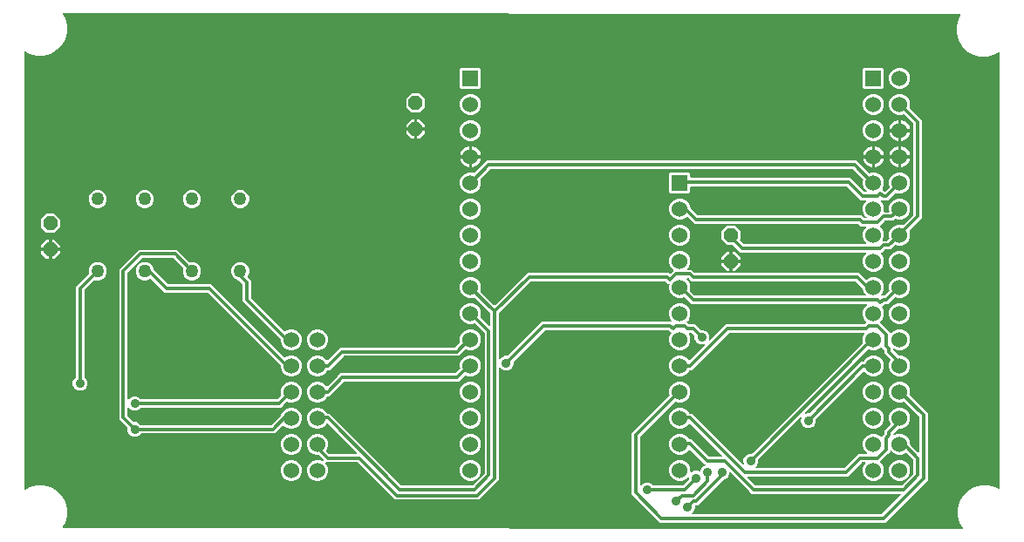
<source format=gbr>
G04 EAGLE Gerber RS-274X export*
G75*
%MOMM*%
%FSLAX34Y34*%
%LPD*%
%INBottom Copper*%
%IPPOS*%
%AMOC8*
5,1,8,0,0,1.08239X$1,22.5*%
G01*
%ADD10P,1.429621X8X292.500000*%
%ADD11R,1.530000X1.530000*%
%ADD12C,1.530000*%
%ADD13C,1.258000*%
%ADD14C,0.756400*%
%ADD15C,0.304800*%
%ADD16C,0.914400*%

G36*
X920404Y313767D02*
X920404Y313767D01*
X920499Y313776D01*
X920524Y313787D01*
X920552Y313791D01*
X920637Y313836D01*
X920724Y313875D01*
X920745Y313893D01*
X920769Y313906D01*
X920835Y313976D01*
X920906Y314040D01*
X920920Y314064D01*
X920939Y314084D01*
X920979Y314171D01*
X921026Y314255D01*
X921031Y314282D01*
X921043Y314307D01*
X921053Y314403D01*
X921071Y314497D01*
X921067Y314524D01*
X921070Y314552D01*
X921050Y314645D01*
X921037Y314740D01*
X921023Y314772D01*
X921018Y314792D01*
X921001Y314820D01*
X920969Y314894D01*
X917962Y320102D01*
X916179Y326756D01*
X916179Y333644D01*
X917962Y340298D01*
X921406Y346263D01*
X926277Y351134D01*
X932242Y354578D01*
X938896Y356361D01*
X945784Y356361D01*
X952438Y354578D01*
X955677Y352707D01*
X955767Y352674D01*
X955853Y352634D01*
X955881Y352630D01*
X955907Y352620D01*
X956003Y352617D01*
X956097Y352606D01*
X956125Y352612D01*
X956153Y352611D01*
X956245Y352639D01*
X956338Y352659D01*
X956362Y352673D01*
X956389Y352681D01*
X956467Y352736D01*
X956549Y352785D01*
X956567Y352806D01*
X956590Y352823D01*
X956647Y352899D01*
X956709Y352972D01*
X956719Y352998D01*
X956736Y353021D01*
X956765Y353111D01*
X956801Y353200D01*
X956805Y353235D01*
X956811Y353255D01*
X956811Y353288D01*
X956819Y353367D01*
X956819Y776397D01*
X956804Y776491D01*
X956795Y776586D01*
X956784Y776611D01*
X956780Y776639D01*
X956735Y776724D01*
X956697Y776811D01*
X956678Y776832D01*
X956664Y776857D01*
X956595Y776922D01*
X956531Y776993D01*
X956507Y777007D01*
X956486Y777026D01*
X956400Y777066D01*
X956316Y777113D01*
X956289Y777118D01*
X956263Y777130D01*
X956168Y777140D01*
X956075Y777158D01*
X956047Y777154D01*
X956019Y777157D01*
X955925Y777137D01*
X955831Y777123D01*
X955799Y777109D01*
X955778Y777105D01*
X955750Y777088D01*
X955677Y777056D01*
X951168Y774452D01*
X944514Y772669D01*
X937626Y772669D01*
X930972Y774452D01*
X925007Y777896D01*
X920136Y782767D01*
X916692Y788732D01*
X914909Y795386D01*
X914909Y802274D01*
X916692Y808928D01*
X918980Y812891D01*
X919014Y812980D01*
X919054Y813066D01*
X919057Y813094D01*
X919067Y813121D01*
X919071Y813216D01*
X919082Y813310D01*
X919075Y813338D01*
X919077Y813367D01*
X919050Y813458D01*
X919030Y813551D01*
X919015Y813575D01*
X919007Y813603D01*
X918952Y813681D01*
X918904Y813762D01*
X918882Y813781D01*
X918865Y813804D01*
X918789Y813860D01*
X918717Y813922D01*
X918690Y813933D01*
X918667Y813950D01*
X918577Y813979D01*
X918489Y814014D01*
X918453Y814019D01*
X918433Y814025D01*
X918400Y814024D01*
X918322Y814033D01*
X48223Y815176D01*
X48129Y815161D01*
X48033Y815152D01*
X48008Y815141D01*
X47980Y815137D01*
X47895Y815092D01*
X47808Y815053D01*
X47787Y815035D01*
X47763Y815022D01*
X47697Y814952D01*
X47626Y814888D01*
X47612Y814864D01*
X47593Y814844D01*
X47553Y814757D01*
X47506Y814673D01*
X47501Y814646D01*
X47489Y814621D01*
X47479Y814525D01*
X47461Y814431D01*
X47465Y814404D01*
X47462Y814376D01*
X47482Y814283D01*
X47496Y814188D01*
X47510Y814156D01*
X47514Y814136D01*
X47531Y814108D01*
X47563Y814034D01*
X49778Y810198D01*
X51561Y803544D01*
X51561Y796656D01*
X49778Y790002D01*
X46334Y784037D01*
X41463Y779166D01*
X35498Y775722D01*
X28844Y773939D01*
X21956Y773939D01*
X15302Y775722D01*
X11303Y778031D01*
X11214Y778065D01*
X11127Y778105D01*
X11099Y778108D01*
X11073Y778118D01*
X10977Y778122D01*
X10883Y778132D01*
X10855Y778126D01*
X10827Y778127D01*
X10735Y778100D01*
X10642Y778080D01*
X10618Y778066D01*
X10591Y778058D01*
X10513Y778003D01*
X10431Y777954D01*
X10413Y777932D01*
X10390Y777916D01*
X10333Y777840D01*
X10271Y777767D01*
X10261Y777741D01*
X10244Y777718D01*
X10215Y777627D01*
X10179Y777539D01*
X10175Y777504D01*
X10169Y777484D01*
X10169Y777451D01*
X10161Y777372D01*
X10161Y352928D01*
X10176Y352834D01*
X10185Y352739D01*
X10196Y352713D01*
X10200Y352685D01*
X10245Y352601D01*
X10283Y352514D01*
X10302Y352493D01*
X10316Y352468D01*
X10385Y352402D01*
X10449Y352332D01*
X10473Y352318D01*
X10494Y352298D01*
X10580Y352258D01*
X10664Y352212D01*
X10691Y352207D01*
X10717Y352195D01*
X10812Y352184D01*
X10905Y352167D01*
X10933Y352171D01*
X10961Y352168D01*
X11055Y352188D01*
X11149Y352201D01*
X11181Y352216D01*
X11202Y352220D01*
X11230Y352237D01*
X11303Y352269D01*
X15302Y354578D01*
X21956Y356361D01*
X28844Y356361D01*
X35498Y354578D01*
X41463Y351134D01*
X46334Y346263D01*
X49778Y340298D01*
X51561Y333644D01*
X51561Y326756D01*
X49778Y320102D01*
X47432Y316039D01*
X47399Y315951D01*
X47359Y315865D01*
X47355Y315836D01*
X47345Y315809D01*
X47342Y315714D01*
X47331Y315620D01*
X47337Y315592D01*
X47336Y315564D01*
X47363Y315472D01*
X47383Y315380D01*
X47398Y315355D01*
X47406Y315328D01*
X47460Y315250D01*
X47509Y315169D01*
X47531Y315150D01*
X47547Y315126D01*
X47624Y315070D01*
X47696Y315009D01*
X47722Y314998D01*
X47746Y314981D01*
X47836Y314952D01*
X47924Y314916D01*
X47960Y314912D01*
X47980Y314906D01*
X48013Y314906D01*
X48090Y314898D01*
X920309Y313752D01*
X920404Y313767D01*
G37*
%LPC*%
G36*
X626966Y320039D02*
X626966Y320039D01*
X599439Y347566D01*
X599439Y406814D01*
X602043Y409418D01*
X636289Y443664D01*
X636357Y443758D01*
X636427Y443853D01*
X636429Y443859D01*
X636433Y443864D01*
X636467Y443975D01*
X636504Y444086D01*
X636504Y444093D01*
X636505Y444099D01*
X636502Y444215D01*
X636501Y444332D01*
X636499Y444340D01*
X636499Y444345D01*
X636493Y444362D01*
X636454Y444493D01*
X636239Y445013D01*
X636239Y449067D01*
X637791Y452813D01*
X640657Y455679D01*
X644403Y457231D01*
X648457Y457231D01*
X652203Y455679D01*
X655069Y452813D01*
X656621Y449067D01*
X656621Y445013D01*
X655069Y441267D01*
X652203Y438401D01*
X648457Y436849D01*
X644403Y436849D01*
X642447Y437660D01*
X642333Y437686D01*
X642219Y437715D01*
X642213Y437714D01*
X642207Y437716D01*
X642091Y437705D01*
X641974Y437696D01*
X641969Y437693D01*
X641962Y437693D01*
X641855Y437645D01*
X641748Y437599D01*
X641742Y437595D01*
X641738Y437593D01*
X641724Y437580D01*
X641617Y437495D01*
X607792Y403669D01*
X607739Y403595D01*
X607679Y403526D01*
X607667Y403496D01*
X607648Y403470D01*
X607621Y403383D01*
X607587Y403298D01*
X607583Y403257D01*
X607576Y403234D01*
X607577Y403202D01*
X607569Y403131D01*
X607569Y356829D01*
X607580Y356759D01*
X607582Y356687D01*
X607600Y356638D01*
X607608Y356587D01*
X607642Y356523D01*
X607667Y356456D01*
X607699Y356415D01*
X607724Y356369D01*
X607776Y356320D01*
X607820Y356264D01*
X607864Y356236D01*
X607902Y356200D01*
X607967Y356170D01*
X608027Y356131D01*
X608078Y356118D01*
X608125Y356096D01*
X608196Y356088D01*
X608266Y356071D01*
X608318Y356075D01*
X608369Y356069D01*
X608440Y356084D01*
X608511Y356090D01*
X608559Y356110D01*
X608610Y356121D01*
X608671Y356158D01*
X608737Y356186D01*
X608793Y356231D01*
X608821Y356248D01*
X608836Y356265D01*
X608868Y356291D01*
X610651Y358074D01*
X613265Y359157D01*
X616095Y359157D01*
X618709Y358074D01*
X620451Y356332D01*
X620525Y356279D01*
X620595Y356219D01*
X620625Y356207D01*
X620651Y356188D01*
X620738Y356161D01*
X620823Y356127D01*
X620864Y356123D01*
X620886Y356116D01*
X620918Y356117D01*
X620989Y356109D01*
X649003Y356109D01*
X649093Y356123D01*
X649184Y356131D01*
X649214Y356143D01*
X649246Y356148D01*
X649326Y356191D01*
X649410Y356227D01*
X649442Y356253D01*
X649463Y356264D01*
X649485Y356287D01*
X649541Y356332D01*
X654842Y361633D01*
X654895Y361707D01*
X654955Y361776D01*
X654967Y361806D01*
X654986Y361832D01*
X655013Y361919D01*
X655047Y362004D01*
X655051Y362045D01*
X655058Y362068D01*
X655057Y362100D01*
X655065Y362171D01*
X655065Y363226D01*
X655054Y363296D01*
X655052Y363368D01*
X655034Y363417D01*
X655026Y363468D01*
X654992Y363532D01*
X654967Y363599D01*
X654935Y363640D01*
X654910Y363686D01*
X654858Y363735D01*
X654814Y363791D01*
X654770Y363819D01*
X654732Y363855D01*
X654667Y363885D01*
X654607Y363924D01*
X654556Y363937D01*
X654509Y363959D01*
X654438Y363967D01*
X654368Y363984D01*
X654316Y363980D01*
X654265Y363986D01*
X654194Y363971D01*
X654123Y363965D01*
X654075Y363945D01*
X654024Y363934D01*
X653963Y363897D01*
X653897Y363869D01*
X653841Y363824D01*
X653813Y363807D01*
X653798Y363790D01*
X653766Y363764D01*
X652203Y362201D01*
X648457Y360649D01*
X644403Y360649D01*
X640657Y362201D01*
X637791Y365067D01*
X636239Y368813D01*
X636239Y372867D01*
X637791Y376613D01*
X640657Y379479D01*
X644403Y381031D01*
X648457Y381031D01*
X652203Y379479D01*
X655069Y376613D01*
X656621Y372867D01*
X656621Y369559D01*
X656632Y369489D01*
X656634Y369417D01*
X656652Y369368D01*
X656660Y369317D01*
X656694Y369253D01*
X656719Y369186D01*
X656751Y369145D01*
X656776Y369099D01*
X656827Y369050D01*
X656872Y368994D01*
X656916Y368966D01*
X656954Y368930D01*
X657019Y368900D01*
X657079Y368861D01*
X657130Y368848D01*
X657177Y368826D01*
X657248Y368818D01*
X657318Y368801D01*
X657370Y368805D01*
X657421Y368799D01*
X657492Y368814D01*
X657563Y368820D01*
X657611Y368840D01*
X657662Y368851D01*
X657723Y368888D01*
X657789Y368916D01*
X657845Y368961D01*
X657873Y368978D01*
X657888Y368995D01*
X657920Y369021D01*
X658149Y369250D01*
X660763Y370333D01*
X663593Y370333D01*
X665189Y369672D01*
X665208Y369667D01*
X665226Y369657D01*
X665328Y369639D01*
X665428Y369615D01*
X665448Y369617D01*
X665468Y369614D01*
X665570Y369629D01*
X665673Y369638D01*
X665692Y369647D01*
X665711Y369649D01*
X665804Y369696D01*
X665898Y369738D01*
X665913Y369752D01*
X665930Y369761D01*
X666003Y369835D01*
X666079Y369905D01*
X666089Y369922D01*
X666103Y369937D01*
X666184Y370084D01*
X667324Y372837D01*
X669325Y374838D01*
X670695Y375406D01*
X670734Y375430D01*
X670778Y375445D01*
X670838Y375494D01*
X670905Y375535D01*
X670934Y375571D01*
X670970Y375599D01*
X671012Y375665D01*
X671061Y375725D01*
X671078Y375767D01*
X671103Y375806D01*
X671122Y375882D01*
X671150Y375954D01*
X671151Y376000D01*
X671163Y376045D01*
X671157Y376122D01*
X671160Y376200D01*
X671147Y376244D01*
X671144Y376290D01*
X671113Y376361D01*
X671091Y376436D01*
X671065Y376474D01*
X671047Y376516D01*
X670962Y376623D01*
X670951Y376638D01*
X670947Y376641D01*
X670942Y376647D01*
X669066Y378523D01*
X656476Y391113D01*
X656439Y391140D01*
X656408Y391174D01*
X656339Y391212D01*
X656276Y391257D01*
X656233Y391270D01*
X656192Y391293D01*
X656116Y391306D01*
X656041Y391329D01*
X655995Y391328D01*
X655950Y391336D01*
X655873Y391325D01*
X655795Y391323D01*
X655752Y391307D01*
X655707Y391301D01*
X655638Y391265D01*
X655564Y391239D01*
X655529Y391210D01*
X655488Y391189D01*
X655433Y391133D01*
X655372Y391085D01*
X655348Y391046D01*
X655315Y391013D01*
X655249Y390894D01*
X655239Y390878D01*
X655238Y390873D01*
X655235Y390866D01*
X655069Y390467D01*
X652203Y387601D01*
X648457Y386049D01*
X644403Y386049D01*
X640657Y387601D01*
X637791Y390467D01*
X636239Y394213D01*
X636239Y398267D01*
X637791Y402013D01*
X640657Y404879D01*
X644403Y406431D01*
X648457Y406431D01*
X652203Y404879D01*
X655069Y402013D01*
X655372Y401283D01*
X655433Y401183D01*
X655493Y401083D01*
X655498Y401079D01*
X655501Y401074D01*
X655591Y400999D01*
X655680Y400923D01*
X655686Y400921D01*
X655691Y400917D01*
X655799Y400875D01*
X655908Y400831D01*
X655916Y400830D01*
X655920Y400829D01*
X655939Y400828D01*
X656075Y400813D01*
X658274Y400813D01*
X674815Y384272D01*
X674889Y384219D01*
X674958Y384159D01*
X674988Y384147D01*
X675014Y384128D01*
X675101Y384101D01*
X675186Y384067D01*
X675227Y384063D01*
X675250Y384056D01*
X675282Y384057D01*
X675353Y384049D01*
X686849Y384049D01*
X686920Y384060D01*
X686992Y384062D01*
X687041Y384080D01*
X687092Y384088D01*
X687155Y384122D01*
X687223Y384147D01*
X687263Y384179D01*
X687309Y384204D01*
X687359Y384255D01*
X687415Y384300D01*
X687443Y384344D01*
X687479Y384382D01*
X687509Y384447D01*
X687548Y384507D01*
X687560Y384558D01*
X687582Y384605D01*
X687590Y384676D01*
X687608Y384746D01*
X687604Y384798D01*
X687609Y384849D01*
X687594Y384919D01*
X687588Y384991D01*
X687568Y385039D01*
X687557Y385090D01*
X687520Y385151D01*
X687492Y385217D01*
X687447Y385273D01*
X687431Y385301D01*
X687413Y385316D01*
X687387Y385348D01*
X656402Y416334D01*
X656365Y416361D01*
X656333Y416394D01*
X656265Y416432D01*
X656202Y416477D01*
X656158Y416491D01*
X656118Y416513D01*
X656041Y416527D01*
X655967Y416550D01*
X655921Y416549D01*
X655876Y416557D01*
X655799Y416545D01*
X655721Y416543D01*
X655678Y416528D01*
X655633Y416521D01*
X655563Y416486D01*
X655490Y416459D01*
X655454Y416430D01*
X655413Y416409D01*
X655359Y416354D01*
X655298Y416305D01*
X655273Y416267D01*
X655241Y416234D01*
X655175Y416114D01*
X655165Y416098D01*
X655164Y416093D01*
X655160Y416087D01*
X655069Y415867D01*
X652203Y413001D01*
X648457Y411449D01*
X644403Y411449D01*
X640657Y413001D01*
X637791Y415867D01*
X636239Y419613D01*
X636239Y423667D01*
X637791Y427413D01*
X640657Y430279D01*
X644403Y431831D01*
X648457Y431831D01*
X652203Y430279D01*
X655069Y427413D01*
X655477Y426429D01*
X655538Y426329D01*
X655598Y426229D01*
X655603Y426225D01*
X655606Y426220D01*
X655696Y426145D01*
X655785Y426069D01*
X655791Y426067D01*
X655796Y426063D01*
X655904Y426021D01*
X656013Y425977D01*
X656021Y425976D01*
X656026Y425975D01*
X656044Y425974D01*
X656180Y425959D01*
X658274Y425959D01*
X707204Y377028D01*
X707283Y376971D01*
X707359Y376909D01*
X707383Y376900D01*
X707404Y376884D01*
X707497Y376856D01*
X707588Y376821D01*
X707614Y376820D01*
X707639Y376812D01*
X707737Y376815D01*
X707834Y376810D01*
X707859Y376818D01*
X707885Y376818D01*
X707977Y376852D01*
X708070Y376879D01*
X708092Y376894D01*
X708116Y376903D01*
X708192Y376964D01*
X708272Y377019D01*
X708288Y377040D01*
X708308Y377057D01*
X708361Y377138D01*
X708419Y377217D01*
X708427Y377241D01*
X708441Y377263D01*
X708465Y377358D01*
X708495Y377450D01*
X708495Y377477D01*
X708501Y377502D01*
X708494Y377599D01*
X708493Y377696D01*
X708484Y377728D01*
X708482Y377747D01*
X708469Y377777D01*
X708446Y377857D01*
X708151Y378569D01*
X708151Y381399D01*
X709234Y384013D01*
X711235Y386014D01*
X713849Y387097D01*
X716313Y387097D01*
X716403Y387111D01*
X716494Y387119D01*
X716524Y387131D01*
X716556Y387136D01*
X716636Y387179D01*
X716720Y387215D01*
X716752Y387241D01*
X716773Y387252D01*
X716795Y387275D01*
X716851Y387320D01*
X824175Y494643D01*
X824243Y494738D01*
X824313Y494832D01*
X824315Y494838D01*
X824319Y494843D01*
X824353Y494954D01*
X824389Y495066D01*
X824389Y495072D01*
X824391Y495078D01*
X824388Y495195D01*
X824387Y495312D01*
X824385Y495319D01*
X824385Y495324D01*
X824378Y495342D01*
X824340Y495473D01*
X824199Y495813D01*
X824199Y499867D01*
X825659Y503391D01*
X825669Y503435D01*
X825689Y503477D01*
X825697Y503554D01*
X825715Y503630D01*
X825711Y503676D01*
X825716Y503721D01*
X825699Y503798D01*
X825692Y503875D01*
X825673Y503917D01*
X825663Y503962D01*
X825624Y504029D01*
X825592Y504100D01*
X825561Y504134D01*
X825537Y504173D01*
X825478Y504224D01*
X825425Y504281D01*
X825385Y504303D01*
X825350Y504333D01*
X825278Y504362D01*
X825210Y504399D01*
X825165Y504408D01*
X825122Y504425D01*
X824986Y504440D01*
X824968Y504443D01*
X824963Y504442D01*
X824956Y504443D01*
X694911Y504443D01*
X694821Y504429D01*
X694730Y504421D01*
X694700Y504409D01*
X694668Y504404D01*
X694588Y504361D01*
X694504Y504325D01*
X694472Y504299D01*
X694451Y504288D01*
X694429Y504265D01*
X694373Y504220D01*
X658274Y468121D01*
X656180Y468121D01*
X656065Y468102D01*
X655949Y468085D01*
X655944Y468083D01*
X655937Y468082D01*
X655835Y468027D01*
X655730Y467974D01*
X655726Y467969D01*
X655720Y467966D01*
X655640Y467882D01*
X655558Y467798D01*
X655554Y467792D01*
X655551Y467788D01*
X655543Y467771D01*
X655477Y467651D01*
X655069Y466667D01*
X652203Y463801D01*
X648457Y462249D01*
X644403Y462249D01*
X640657Y463801D01*
X637791Y466667D01*
X636239Y470413D01*
X636239Y474467D01*
X637791Y478213D01*
X640657Y481079D01*
X644403Y482631D01*
X648457Y482631D01*
X652203Y481079D01*
X655069Y478213D01*
X655160Y477993D01*
X655184Y477954D01*
X655200Y477911D01*
X655249Y477850D01*
X655290Y477784D01*
X655325Y477755D01*
X655354Y477719D01*
X655419Y477677D01*
X655479Y477627D01*
X655522Y477611D01*
X655561Y477586D01*
X655636Y477567D01*
X655709Y477539D01*
X655755Y477537D01*
X655799Y477526D01*
X655877Y477532D01*
X655955Y477529D01*
X655999Y477541D01*
X656044Y477545D01*
X656116Y477575D01*
X656191Y477597D01*
X656229Y477623D01*
X656271Y477641D01*
X656378Y477727D01*
X656393Y477737D01*
X656396Y477741D01*
X656402Y477746D01*
X670722Y492066D01*
X670779Y492145D01*
X670841Y492221D01*
X670850Y492245D01*
X670866Y492266D01*
X670894Y492359D01*
X670929Y492450D01*
X670930Y492476D01*
X670938Y492501D01*
X670935Y492599D01*
X670940Y492696D01*
X670932Y492721D01*
X670932Y492747D01*
X670898Y492839D01*
X670871Y492932D01*
X670856Y492954D01*
X670847Y492978D01*
X670786Y493054D01*
X670731Y493134D01*
X670710Y493150D01*
X670693Y493170D01*
X670612Y493223D01*
X670533Y493281D01*
X670509Y493289D01*
X670487Y493303D01*
X670392Y493327D01*
X670300Y493357D01*
X670273Y493357D01*
X670248Y493363D01*
X670151Y493356D01*
X670054Y493355D01*
X670022Y493346D01*
X670003Y493344D01*
X669973Y493331D01*
X669893Y493308D01*
X669181Y493013D01*
X666351Y493013D01*
X663737Y494096D01*
X661736Y496097D01*
X660653Y498711D01*
X660653Y501175D01*
X660639Y501265D01*
X660631Y501356D01*
X660619Y501386D01*
X660614Y501418D01*
X660571Y501498D01*
X660535Y501582D01*
X660509Y501615D01*
X660498Y501635D01*
X660475Y501657D01*
X660430Y501713D01*
X657923Y504220D01*
X657849Y504273D01*
X657780Y504333D01*
X657750Y504345D01*
X657724Y504364D01*
X657636Y504391D01*
X657552Y504425D01*
X657511Y504429D01*
X657488Y504436D01*
X657456Y504435D01*
X657385Y504443D01*
X655864Y504443D01*
X655819Y504436D01*
X655773Y504438D01*
X655698Y504416D01*
X655622Y504404D01*
X655581Y504382D01*
X655537Y504369D01*
X655473Y504325D01*
X655404Y504288D01*
X655373Y504255D01*
X655335Y504229D01*
X655289Y504166D01*
X655235Y504110D01*
X655216Y504068D01*
X655188Y504032D01*
X655164Y503958D01*
X655131Y503887D01*
X655126Y503841D01*
X655112Y503798D01*
X655113Y503720D01*
X655104Y503643D01*
X655114Y503598D01*
X655114Y503552D01*
X655153Y503420D01*
X655157Y503402D01*
X655159Y503398D01*
X655161Y503391D01*
X656621Y499867D01*
X656621Y495813D01*
X655069Y492067D01*
X652203Y489201D01*
X648457Y487649D01*
X644403Y487649D01*
X640657Y489201D01*
X637791Y492067D01*
X636239Y495813D01*
X636239Y499867D01*
X637791Y503613D01*
X637844Y503665D01*
X637855Y503682D01*
X637871Y503694D01*
X637927Y503781D01*
X637987Y503865D01*
X637993Y503884D01*
X638004Y503901D01*
X638029Y504001D01*
X638060Y504100D01*
X638059Y504120D01*
X638064Y504140D01*
X638056Y504243D01*
X638053Y504346D01*
X638046Y504365D01*
X638045Y504385D01*
X638004Y504480D01*
X637969Y504577D01*
X637956Y504593D01*
X637948Y504611D01*
X637844Y504742D01*
X635571Y507014D01*
X635497Y507067D01*
X635428Y507127D01*
X635398Y507139D01*
X635372Y507158D01*
X635284Y507185D01*
X635200Y507219D01*
X635159Y507223D01*
X635136Y507230D01*
X635104Y507229D01*
X635033Y507237D01*
X516095Y507237D01*
X516005Y507223D01*
X515914Y507215D01*
X515884Y507203D01*
X515852Y507198D01*
X515772Y507155D01*
X515688Y507119D01*
X515656Y507093D01*
X515635Y507082D01*
X515613Y507059D01*
X515557Y507014D01*
X485110Y476567D01*
X485057Y476493D01*
X484997Y476424D01*
X484985Y476394D01*
X484966Y476368D01*
X484939Y476281D01*
X484905Y476196D01*
X484901Y476155D01*
X484894Y476132D01*
X484895Y476100D01*
X484887Y476029D01*
X484887Y473565D01*
X483804Y470951D01*
X481803Y468950D01*
X479189Y467867D01*
X476359Y467867D01*
X473745Y468950D01*
X471962Y470733D01*
X471904Y470775D01*
X471852Y470824D01*
X471805Y470846D01*
X471763Y470876D01*
X471694Y470897D01*
X471629Y470928D01*
X471577Y470933D01*
X471527Y470949D01*
X471456Y470947D01*
X471385Y470955D01*
X471334Y470944D01*
X471282Y470942D01*
X471214Y470918D01*
X471144Y470903D01*
X471099Y470876D01*
X471051Y470858D01*
X470995Y470813D01*
X470933Y470776D01*
X470899Y470737D01*
X470859Y470704D01*
X470820Y470644D01*
X470773Y470589D01*
X470754Y470541D01*
X470726Y470497D01*
X470708Y470428D01*
X470681Y470361D01*
X470673Y470290D01*
X470665Y470259D01*
X470667Y470235D01*
X470663Y470195D01*
X470663Y361536D01*
X451518Y342391D01*
X369918Y342391D01*
X333819Y378490D01*
X333745Y378543D01*
X333676Y378603D01*
X333646Y378615D01*
X333620Y378634D01*
X333533Y378661D01*
X333448Y378695D01*
X333407Y378699D01*
X333384Y378706D01*
X333352Y378705D01*
X333281Y378713D01*
X303016Y378713D01*
X302946Y378702D01*
X302874Y378700D01*
X302825Y378682D01*
X302774Y378674D01*
X302710Y378640D01*
X302643Y378615D01*
X302602Y378583D01*
X302556Y378558D01*
X302507Y378506D01*
X302451Y378462D01*
X302423Y378418D01*
X302387Y378380D01*
X302357Y378315D01*
X302318Y378255D01*
X302305Y378204D01*
X302283Y378157D01*
X302275Y378086D01*
X302258Y378016D01*
X302262Y377964D01*
X302256Y377913D01*
X302271Y377842D01*
X302277Y377771D01*
X302297Y377723D01*
X302308Y377672D01*
X302345Y377611D01*
X302373Y377545D01*
X302418Y377489D01*
X302435Y377461D01*
X302452Y377446D01*
X302478Y377414D01*
X303279Y376613D01*
X304831Y372867D01*
X304831Y368813D01*
X303279Y365067D01*
X300413Y362201D01*
X296667Y360649D01*
X292613Y360649D01*
X288867Y362201D01*
X286001Y365067D01*
X284449Y368813D01*
X284449Y372867D01*
X286001Y376613D01*
X288867Y379479D01*
X292613Y381031D01*
X296667Y381031D01*
X299751Y379753D01*
X299846Y379731D01*
X299939Y379702D01*
X299965Y379703D01*
X299991Y379697D01*
X300087Y379706D01*
X300185Y379709D01*
X300210Y379718D01*
X300236Y379720D01*
X300324Y379760D01*
X300416Y379793D01*
X300436Y379810D01*
X300460Y379820D01*
X300532Y379886D01*
X300608Y379947D01*
X300622Y379969D01*
X300641Y379987D01*
X300688Y380072D01*
X300741Y380154D01*
X300747Y380179D01*
X300760Y380202D01*
X300777Y380298D01*
X300801Y380392D01*
X300799Y380418D01*
X300804Y380444D01*
X300790Y380541D01*
X300782Y380638D01*
X300772Y380662D01*
X300768Y380687D01*
X300724Y380774D01*
X300686Y380864D01*
X300665Y380889D01*
X300656Y380907D01*
X300633Y380930D01*
X300581Y380995D01*
X300258Y381317D01*
X295749Y385826D01*
X295675Y385879D01*
X295606Y385939D01*
X295576Y385951D01*
X295550Y385970D01*
X295463Y385997D01*
X295378Y386031D01*
X295337Y386035D01*
X295315Y386042D01*
X295282Y386041D01*
X295211Y386049D01*
X292613Y386049D01*
X288867Y387601D01*
X286001Y390467D01*
X284449Y394213D01*
X284449Y398267D01*
X286001Y402013D01*
X288867Y404879D01*
X292613Y406431D01*
X296667Y406431D01*
X300413Y404879D01*
X303279Y402013D01*
X304831Y398267D01*
X304831Y394213D01*
X303276Y390461D01*
X303250Y390347D01*
X303221Y390233D01*
X303222Y390227D01*
X303220Y390221D01*
X303231Y390104D01*
X303240Y389988D01*
X303243Y389982D01*
X303243Y389976D01*
X303291Y389869D01*
X303337Y389762D01*
X303341Y389756D01*
X303343Y389751D01*
X303356Y389738D01*
X303441Y389631D01*
X306007Y387066D01*
X306081Y387013D01*
X306150Y386953D01*
X306180Y386941D01*
X306206Y386922D01*
X306294Y386895D01*
X306378Y386861D01*
X306419Y386857D01*
X306442Y386850D01*
X306474Y386851D01*
X306545Y386843D01*
X332011Y386843D01*
X332082Y386854D01*
X332154Y386856D01*
X332203Y386874D01*
X332254Y386882D01*
X332317Y386916D01*
X332385Y386941D01*
X332425Y386973D01*
X332471Y386998D01*
X332521Y387049D01*
X332577Y387094D01*
X332605Y387138D01*
X332641Y387176D01*
X332671Y387241D01*
X332710Y387301D01*
X332722Y387352D01*
X332744Y387399D01*
X332752Y387470D01*
X332770Y387540D01*
X332766Y387592D01*
X332771Y387643D01*
X332756Y387714D01*
X332750Y387785D01*
X332730Y387833D01*
X332719Y387884D01*
X332682Y387945D01*
X332654Y388011D01*
X332609Y388067D01*
X332593Y388095D01*
X332575Y388110D01*
X332549Y388142D01*
X304537Y416154D01*
X304500Y416181D01*
X304469Y416215D01*
X304401Y416253D01*
X304338Y416298D01*
X304294Y416311D01*
X304253Y416333D01*
X304177Y416347D01*
X304103Y416370D01*
X304057Y416369D01*
X304011Y416377D01*
X303934Y416366D01*
X303857Y416364D01*
X303813Y416348D01*
X303768Y416341D01*
X303699Y416306D01*
X303626Y416279D01*
X303590Y416251D01*
X303549Y416230D01*
X303494Y416174D01*
X303434Y416126D01*
X303409Y416087D01*
X303377Y416054D01*
X303311Y415935D01*
X303301Y415919D01*
X303299Y415914D01*
X303296Y415907D01*
X303279Y415867D01*
X300413Y413001D01*
X296667Y411449D01*
X292613Y411449D01*
X288867Y413001D01*
X286001Y415867D01*
X284449Y419613D01*
X284449Y423667D01*
X286001Y427413D01*
X288867Y430279D01*
X292613Y431831D01*
X296667Y431831D01*
X300413Y430279D01*
X303279Y427413D01*
X303687Y426429D01*
X303748Y426329D01*
X303808Y426229D01*
X303813Y426225D01*
X303816Y426220D01*
X303906Y426145D01*
X303995Y426069D01*
X304001Y426067D01*
X304006Y426063D01*
X304114Y426021D01*
X304223Y425977D01*
X304231Y425976D01*
X304236Y425975D01*
X304254Y425974D01*
X304390Y425959D01*
X306230Y425959D01*
X375857Y356332D01*
X375931Y356279D01*
X376000Y356219D01*
X376030Y356207D01*
X376056Y356188D01*
X376143Y356161D01*
X376228Y356127D01*
X376269Y356123D01*
X376292Y356116D01*
X376324Y356117D01*
X376395Y356109D01*
X445041Y356109D01*
X445131Y356123D01*
X445222Y356131D01*
X445252Y356143D01*
X445284Y356148D01*
X445364Y356191D01*
X445448Y356227D01*
X445480Y356253D01*
X445501Y356264D01*
X445523Y356287D01*
X445579Y356332D01*
X456722Y367475D01*
X456775Y367549D01*
X456835Y367618D01*
X456847Y367648D01*
X456866Y367674D01*
X456893Y367761D01*
X456927Y367846D01*
X456931Y367887D01*
X456938Y367910D01*
X456937Y367942D01*
X456945Y368013D01*
X456945Y503715D01*
X456931Y503805D01*
X456923Y503896D01*
X456911Y503926D01*
X456906Y503958D01*
X456863Y504038D01*
X456827Y504122D01*
X456801Y504154D01*
X456790Y504175D01*
X456767Y504197D01*
X456722Y504253D01*
X447504Y513471D01*
X447409Y513540D01*
X447316Y513609D01*
X447310Y513611D01*
X447304Y513615D01*
X447193Y513649D01*
X447082Y513686D01*
X447075Y513685D01*
X447069Y513687D01*
X446953Y513684D01*
X446836Y513683D01*
X446828Y513681D01*
X446824Y513681D01*
X446806Y513675D01*
X446675Y513636D01*
X445257Y513049D01*
X441203Y513049D01*
X437457Y514601D01*
X434591Y517467D01*
X433039Y521213D01*
X433039Y525267D01*
X434591Y529013D01*
X437457Y531879D01*
X441203Y533431D01*
X445257Y533431D01*
X449003Y531879D01*
X451869Y529013D01*
X453421Y525267D01*
X453421Y521213D01*
X452982Y520155D01*
X452956Y520041D01*
X452927Y519928D01*
X452928Y519921D01*
X452926Y519915D01*
X452937Y519799D01*
X452946Y519682D01*
X452949Y519677D01*
X452949Y519670D01*
X452997Y519563D01*
X453043Y519456D01*
X453047Y519450D01*
X453049Y519446D01*
X453062Y519432D01*
X453147Y519325D01*
X461234Y511239D01*
X461292Y511197D01*
X461344Y511147D01*
X461391Y511125D01*
X461433Y511095D01*
X461502Y511074D01*
X461567Y511044D01*
X461619Y511038D01*
X461669Y511023D01*
X461740Y511025D01*
X461811Y511017D01*
X461862Y511028D01*
X461914Y511029D01*
X461982Y511054D01*
X462052Y511069D01*
X462096Y511096D01*
X462145Y511114D01*
X462201Y511158D01*
X462263Y511195D01*
X462297Y511235D01*
X462337Y511267D01*
X462376Y511328D01*
X462423Y511382D01*
X462442Y511430D01*
X462470Y511474D01*
X462488Y511544D01*
X462515Y511610D01*
X462523Y511682D01*
X462531Y511713D01*
X462529Y511736D01*
X462533Y511777D01*
X462533Y523273D01*
X462519Y523363D01*
X462511Y523454D01*
X462499Y523484D01*
X462494Y523516D01*
X462451Y523596D01*
X462415Y523680D01*
X462389Y523712D01*
X462378Y523733D01*
X462355Y523755D01*
X462310Y523811D01*
X447325Y538797D01*
X447231Y538865D01*
X447136Y538935D01*
X447130Y538937D01*
X447125Y538941D01*
X447014Y538975D01*
X446902Y539011D01*
X446896Y539011D01*
X446890Y539013D01*
X446773Y539010D01*
X446656Y539009D01*
X446649Y539007D01*
X446644Y539007D01*
X446626Y539000D01*
X446495Y538962D01*
X445257Y538449D01*
X441203Y538449D01*
X437457Y540001D01*
X434591Y542867D01*
X433039Y546613D01*
X433039Y550667D01*
X434591Y554413D01*
X437457Y557279D01*
X441203Y558831D01*
X445257Y558831D01*
X449003Y557279D01*
X451869Y554413D01*
X453421Y550667D01*
X453421Y546613D01*
X452908Y545375D01*
X452881Y545261D01*
X452853Y545148D01*
X452853Y545142D01*
X452852Y545136D01*
X452863Y545019D01*
X452872Y544903D01*
X452874Y544897D01*
X452875Y544891D01*
X452923Y544783D01*
X452968Y544676D01*
X452973Y544671D01*
X452975Y544666D01*
X452988Y544652D01*
X453073Y544545D01*
X466060Y531559D01*
X466076Y531547D01*
X466088Y531531D01*
X466176Y531475D01*
X466259Y531415D01*
X466278Y531409D01*
X466295Y531398D01*
X466396Y531373D01*
X466495Y531343D01*
X466514Y531343D01*
X466534Y531338D01*
X466637Y531346D01*
X466740Y531349D01*
X466759Y531356D01*
X466779Y531358D01*
X466874Y531398D01*
X466971Y531434D01*
X466987Y531446D01*
X467005Y531454D01*
X467136Y531559D01*
X498442Y562865D01*
X635922Y562865D01*
X636494Y562293D01*
X636510Y562281D01*
X636522Y562265D01*
X636610Y562209D01*
X636693Y562149D01*
X636712Y562143D01*
X636729Y562132D01*
X636830Y562107D01*
X636929Y562077D01*
X636948Y562077D01*
X636968Y562072D01*
X637071Y562080D01*
X637174Y562083D01*
X637193Y562090D01*
X637213Y562092D01*
X637308Y562132D01*
X637405Y562168D01*
X637421Y562180D01*
X637439Y562188D01*
X637570Y562293D01*
X640130Y564852D01*
X640141Y564868D01*
X640157Y564881D01*
X640213Y564968D01*
X640273Y565052D01*
X640279Y565071D01*
X640290Y565088D01*
X640315Y565188D01*
X640346Y565287D01*
X640345Y565307D01*
X640350Y565326D01*
X640342Y565429D01*
X640339Y565533D01*
X640332Y565551D01*
X640331Y565571D01*
X640290Y565666D01*
X640255Y565764D01*
X640242Y565779D01*
X640234Y565798D01*
X640130Y565929D01*
X637791Y568267D01*
X636239Y572013D01*
X636239Y576067D01*
X637791Y579813D01*
X640657Y582679D01*
X644403Y584231D01*
X648457Y584231D01*
X652203Y582679D01*
X655069Y579813D01*
X656621Y576067D01*
X656621Y572013D01*
X655069Y568267D01*
X653760Y566958D01*
X653718Y566900D01*
X653669Y566848D01*
X653647Y566801D01*
X653617Y566759D01*
X653595Y566690D01*
X653565Y566625D01*
X653560Y566573D01*
X653544Y566523D01*
X653546Y566452D01*
X653538Y566381D01*
X653549Y566330D01*
X653551Y566278D01*
X653575Y566210D01*
X653590Y566140D01*
X653617Y566095D01*
X653635Y566047D01*
X653680Y565991D01*
X653717Y565929D01*
X653756Y565895D01*
X653789Y565855D01*
X653849Y565816D01*
X653904Y565769D01*
X653952Y565750D01*
X653996Y565722D01*
X654065Y565704D01*
X654132Y565677D01*
X654203Y565669D01*
X654234Y565661D01*
X654257Y565663D01*
X654298Y565659D01*
X658274Y565659D01*
X660845Y563088D01*
X660919Y563035D01*
X660988Y562975D01*
X661018Y562963D01*
X661044Y562944D01*
X661131Y562917D01*
X661216Y562883D01*
X661257Y562879D01*
X661280Y562872D01*
X661312Y562873D01*
X661383Y562865D01*
X820326Y562865D01*
X822930Y560261D01*
X826726Y556464D01*
X826742Y556453D01*
X826755Y556437D01*
X826842Y556381D01*
X826926Y556321D01*
X826945Y556315D01*
X826962Y556304D01*
X827062Y556279D01*
X827161Y556248D01*
X827181Y556249D01*
X827200Y556244D01*
X827303Y556252D01*
X827407Y556255D01*
X827425Y556262D01*
X827445Y556263D01*
X827540Y556304D01*
X827638Y556339D01*
X827653Y556352D01*
X827672Y556360D01*
X827803Y556464D01*
X828617Y557279D01*
X832363Y558831D01*
X836417Y558831D01*
X840163Y557279D01*
X843029Y554413D01*
X844581Y550667D01*
X844581Y546613D01*
X843029Y542867D01*
X841974Y541812D01*
X841932Y541754D01*
X841883Y541702D01*
X841861Y541655D01*
X841831Y541613D01*
X841809Y541544D01*
X841779Y541479D01*
X841774Y541427D01*
X841758Y541377D01*
X841760Y541306D01*
X841752Y541235D01*
X841763Y541184D01*
X841765Y541132D01*
X841789Y541064D01*
X841804Y540994D01*
X841831Y540949D01*
X841849Y540901D01*
X841894Y540845D01*
X841931Y540783D01*
X841970Y540749D01*
X842003Y540709D01*
X842063Y540670D01*
X842118Y540623D01*
X842166Y540604D01*
X842210Y540576D01*
X842279Y540558D01*
X842346Y540531D01*
X842417Y540523D01*
X842448Y540515D01*
X842471Y540517D01*
X842512Y540513D01*
X844583Y540513D01*
X844673Y540527D01*
X844764Y540535D01*
X844794Y540547D01*
X844826Y540552D01*
X844906Y540595D01*
X844990Y540631D01*
X845022Y540657D01*
X845043Y540668D01*
X845065Y540691D01*
X845121Y540736D01*
X849649Y545264D01*
X849718Y545359D01*
X849787Y545453D01*
X849789Y545458D01*
X849793Y545464D01*
X849827Y545575D01*
X849864Y545686D01*
X849864Y545693D01*
X849865Y545699D01*
X849862Y545815D01*
X849861Y545932D01*
X849859Y545940D01*
X849859Y545945D01*
X849853Y545962D01*
X849814Y546093D01*
X849599Y546613D01*
X849599Y550667D01*
X851151Y554413D01*
X854017Y557279D01*
X857763Y558831D01*
X861817Y558831D01*
X865563Y557279D01*
X868429Y554413D01*
X869981Y550667D01*
X869981Y546613D01*
X868429Y542867D01*
X865563Y540001D01*
X861817Y538449D01*
X857763Y538449D01*
X855807Y539260D01*
X855693Y539286D01*
X855579Y539315D01*
X855573Y539314D01*
X855567Y539316D01*
X855451Y539305D01*
X855334Y539296D01*
X855329Y539293D01*
X855322Y539293D01*
X855215Y539245D01*
X855108Y539199D01*
X855102Y539195D01*
X855098Y539193D01*
X855084Y539180D01*
X854977Y539095D01*
X848266Y532383D01*
X845787Y532383D01*
X845697Y532369D01*
X845606Y532361D01*
X845576Y532349D01*
X845544Y532344D01*
X845464Y532301D01*
X845380Y532265D01*
X845347Y532239D01*
X845327Y532228D01*
X845305Y532205D01*
X845249Y532160D01*
X843103Y530015D01*
X843092Y529999D01*
X843076Y529986D01*
X843020Y529899D01*
X842960Y529815D01*
X842954Y529796D01*
X842943Y529779D01*
X842918Y529679D01*
X842887Y529580D01*
X842888Y529560D01*
X842883Y529541D01*
X842891Y529438D01*
X842894Y529334D01*
X842901Y529315D01*
X842902Y529295D01*
X842943Y529200D01*
X842978Y529103D01*
X842991Y529088D01*
X842999Y529069D01*
X843013Y529051D01*
X844581Y525267D01*
X844581Y521213D01*
X843029Y517467D01*
X840944Y515383D01*
X840933Y515366D01*
X840917Y515354D01*
X840861Y515267D01*
X840801Y515183D01*
X840795Y515164D01*
X840784Y515147D01*
X840759Y515047D01*
X840728Y514948D01*
X840729Y514928D01*
X840724Y514908D01*
X840732Y514806D01*
X840735Y514702D01*
X840742Y514683D01*
X840743Y514663D01*
X840784Y514568D01*
X840819Y514471D01*
X840832Y514455D01*
X840840Y514437D01*
X840944Y514306D01*
X848043Y507208D01*
X850856Y504394D01*
X850872Y504383D01*
X850885Y504367D01*
X850972Y504311D01*
X851056Y504251D01*
X851075Y504245D01*
X851092Y504234D01*
X851192Y504209D01*
X851291Y504178D01*
X851311Y504179D01*
X851330Y504174D01*
X851433Y504182D01*
X851537Y504185D01*
X851555Y504192D01*
X851575Y504193D01*
X851670Y504234D01*
X851768Y504269D01*
X851783Y504282D01*
X851802Y504290D01*
X851933Y504394D01*
X854017Y506479D01*
X857763Y508031D01*
X861817Y508031D01*
X865563Y506479D01*
X868429Y503613D01*
X869981Y499867D01*
X869981Y495813D01*
X868429Y492067D01*
X865563Y489201D01*
X861817Y487649D01*
X857763Y487649D01*
X854493Y489004D01*
X854449Y489014D01*
X854407Y489033D01*
X854330Y489042D01*
X854254Y489060D01*
X854208Y489055D01*
X854163Y489061D01*
X854086Y489044D01*
X854009Y489037D01*
X853967Y489018D01*
X853922Y489008D01*
X853855Y488968D01*
X853784Y488937D01*
X853750Y488906D01*
X853711Y488882D01*
X853660Y488823D01*
X853603Y488770D01*
X853581Y488730D01*
X853551Y488695D01*
X853522Y488623D01*
X853485Y488555D01*
X853476Y488510D01*
X853459Y488467D01*
X853444Y488331D01*
X853441Y488313D01*
X853442Y488308D01*
X853441Y488300D01*
X853441Y488155D01*
X853455Y488065D01*
X853463Y487974D01*
X853475Y487944D01*
X853480Y487912D01*
X853523Y487832D01*
X853559Y487748D01*
X853585Y487716D01*
X853596Y487695D01*
X853619Y487673D01*
X853664Y487617D01*
X858427Y482854D01*
X858501Y482801D01*
X858570Y482741D01*
X858600Y482729D01*
X858626Y482710D01*
X858713Y482683D01*
X858798Y482649D01*
X858839Y482645D01*
X858861Y482638D01*
X858894Y482639D01*
X858965Y482631D01*
X861817Y482631D01*
X865563Y481079D01*
X868429Y478213D01*
X869981Y474467D01*
X869981Y470413D01*
X868429Y466667D01*
X865563Y463801D01*
X861817Y462249D01*
X857763Y462249D01*
X854017Y463801D01*
X851151Y466667D01*
X849599Y470413D01*
X849599Y474467D01*
X851079Y478040D01*
X851106Y478153D01*
X851134Y478267D01*
X851134Y478273D01*
X851135Y478279D01*
X851124Y478396D01*
X851115Y478512D01*
X851113Y478518D01*
X851112Y478524D01*
X851064Y478632D01*
X851019Y478738D01*
X851014Y478744D01*
X851012Y478749D01*
X851000Y478763D01*
X850914Y478869D01*
X845311Y484472D01*
X845311Y486951D01*
X845297Y487041D01*
X845289Y487132D01*
X845277Y487162D01*
X845272Y487194D01*
X845229Y487274D01*
X845193Y487358D01*
X845167Y487391D01*
X845156Y487411D01*
X845133Y487433D01*
X845088Y487489D01*
X842308Y490270D01*
X842292Y490281D01*
X842279Y490297D01*
X842192Y490353D01*
X842108Y490413D01*
X842089Y490419D01*
X842072Y490430D01*
X841972Y490455D01*
X841873Y490486D01*
X841853Y490485D01*
X841834Y490490D01*
X841731Y490482D01*
X841627Y490479D01*
X841609Y490472D01*
X841589Y490471D01*
X841494Y490430D01*
X841396Y490395D01*
X841381Y490382D01*
X841362Y490374D01*
X841231Y490270D01*
X840163Y489201D01*
X836417Y487649D01*
X832363Y487649D01*
X830227Y488534D01*
X830113Y488561D01*
X830000Y488589D01*
X829994Y488589D01*
X829988Y488590D01*
X829871Y488579D01*
X829755Y488570D01*
X829749Y488568D01*
X829743Y488567D01*
X829635Y488519D01*
X829528Y488474D01*
X829523Y488469D01*
X829518Y488467D01*
X829504Y488454D01*
X829397Y488369D01*
X768188Y427160D01*
X768131Y427081D01*
X768069Y427005D01*
X768060Y426981D01*
X768044Y426960D01*
X768016Y426867D01*
X767981Y426776D01*
X767980Y426750D01*
X767972Y426725D01*
X767975Y426627D01*
X767970Y426530D01*
X767978Y426505D01*
X767978Y426479D01*
X768012Y426387D01*
X768039Y426294D01*
X768054Y426272D01*
X768063Y426248D01*
X768124Y426172D01*
X768179Y426092D01*
X768200Y426076D01*
X768217Y426056D01*
X768298Y426003D01*
X768377Y425945D01*
X768401Y425937D01*
X768423Y425923D01*
X768518Y425899D01*
X768610Y425869D01*
X768637Y425869D01*
X768662Y425863D01*
X768759Y425870D01*
X768856Y425871D01*
X768888Y425880D01*
X768907Y425882D01*
X768937Y425895D01*
X769017Y425918D01*
X769729Y426213D01*
X772193Y426213D01*
X772283Y426227D01*
X772374Y426235D01*
X772404Y426247D01*
X772436Y426252D01*
X772516Y426295D01*
X772600Y426331D01*
X772632Y426357D01*
X772653Y426368D01*
X772675Y426391D01*
X772731Y426436D01*
X819942Y473647D01*
X822546Y476251D01*
X824429Y476251D01*
X824544Y476270D01*
X824660Y476287D01*
X824666Y476289D01*
X824672Y476290D01*
X824775Y476345D01*
X824880Y476398D01*
X824884Y476403D01*
X824890Y476406D01*
X824969Y476489D01*
X825052Y476574D01*
X825056Y476580D01*
X825059Y476584D01*
X825067Y476601D01*
X825133Y476721D01*
X825751Y478213D01*
X828617Y481079D01*
X832363Y482631D01*
X836417Y482631D01*
X840163Y481079D01*
X843029Y478213D01*
X844581Y474467D01*
X844581Y470413D01*
X843029Y466667D01*
X840163Y463801D01*
X836417Y462249D01*
X832363Y462249D01*
X828617Y463801D01*
X825644Y466774D01*
X825628Y466786D01*
X825615Y466802D01*
X825553Y466841D01*
X825497Y466889D01*
X825468Y466900D01*
X825444Y466918D01*
X825425Y466924D01*
X825408Y466935D01*
X825337Y466953D01*
X825269Y466980D01*
X825238Y466981D01*
X825209Y466990D01*
X825189Y466990D01*
X825170Y466995D01*
X825096Y466989D01*
X825023Y466993D01*
X824993Y466985D01*
X824963Y466984D01*
X824945Y466977D01*
X824924Y466976D01*
X824857Y466947D01*
X824786Y466928D01*
X824760Y466910D01*
X824732Y466900D01*
X824717Y466887D01*
X824698Y466879D01*
X824604Y466804D01*
X824583Y466790D01*
X824577Y466783D01*
X824567Y466775D01*
X778480Y420687D01*
X778427Y420613D01*
X778367Y420544D01*
X778355Y420514D01*
X778336Y420488D01*
X778309Y420401D01*
X778275Y420316D01*
X778271Y420275D01*
X778264Y420253D01*
X778265Y420220D01*
X778257Y420149D01*
X778257Y417685D01*
X777174Y415071D01*
X775173Y413070D01*
X772559Y411987D01*
X769729Y411987D01*
X767115Y413070D01*
X765114Y415071D01*
X764031Y417685D01*
X764031Y420515D01*
X764326Y421227D01*
X764348Y421321D01*
X764377Y421414D01*
X764376Y421441D01*
X764382Y421466D01*
X764373Y421563D01*
X764371Y421660D01*
X764362Y421685D01*
X764359Y421711D01*
X764320Y421800D01*
X764286Y421891D01*
X764270Y421912D01*
X764259Y421936D01*
X764193Y422007D01*
X764132Y422083D01*
X764110Y422097D01*
X764093Y422117D01*
X764007Y422164D01*
X763926Y422216D01*
X763900Y422223D01*
X763877Y422235D01*
X763781Y422253D01*
X763687Y422276D01*
X763661Y422274D01*
X763635Y422279D01*
X763539Y422265D01*
X763442Y422257D01*
X763418Y422247D01*
X763392Y422243D01*
X763305Y422199D01*
X763215Y422161D01*
X763190Y422141D01*
X763173Y422132D01*
X763149Y422108D01*
X763084Y422056D01*
X722600Y381571D01*
X722547Y381497D01*
X722487Y381428D01*
X722475Y381398D01*
X722456Y381372D01*
X722429Y381285D01*
X722395Y381200D01*
X722391Y381159D01*
X722384Y381136D01*
X722385Y381104D01*
X722377Y381033D01*
X722377Y378569D01*
X721294Y375955D01*
X719511Y374172D01*
X719469Y374114D01*
X719420Y374062D01*
X719398Y374015D01*
X719368Y373973D01*
X719347Y373904D01*
X719316Y373839D01*
X719311Y373787D01*
X719295Y373737D01*
X719297Y373666D01*
X719289Y373595D01*
X719300Y373544D01*
X719302Y373492D01*
X719326Y373424D01*
X719341Y373354D01*
X719368Y373309D01*
X719386Y373261D01*
X719431Y373205D01*
X719468Y373143D01*
X719507Y373109D01*
X719540Y373069D01*
X719600Y373030D01*
X719655Y372983D01*
X719703Y372964D01*
X719747Y372936D01*
X719816Y372918D01*
X719883Y372891D01*
X719954Y372883D01*
X719985Y372875D01*
X720009Y372877D01*
X720049Y372873D01*
X805467Y372873D01*
X805557Y372887D01*
X805648Y372895D01*
X805678Y372907D01*
X805710Y372912D01*
X805790Y372955D01*
X805874Y372991D01*
X805906Y373017D01*
X805927Y373028D01*
X805949Y373051D01*
X806005Y373096D01*
X819752Y386843D01*
X827538Y386843D01*
X827608Y386854D01*
X827680Y386856D01*
X827729Y386874D01*
X827780Y386882D01*
X827844Y386916D01*
X827911Y386941D01*
X827952Y386973D01*
X827998Y386998D01*
X828047Y387050D01*
X828103Y387094D01*
X828131Y387138D01*
X828167Y387176D01*
X828197Y387241D01*
X828236Y387301D01*
X828249Y387352D01*
X828271Y387399D01*
X828279Y387470D01*
X828296Y387540D01*
X828292Y387592D01*
X828298Y387643D01*
X828283Y387714D01*
X828277Y387785D01*
X828257Y387833D01*
X828246Y387884D01*
X828209Y387945D01*
X828181Y388011D01*
X828136Y388067D01*
X828119Y388095D01*
X828102Y388110D01*
X828076Y388142D01*
X825751Y390467D01*
X824199Y394213D01*
X824199Y398267D01*
X825751Y402013D01*
X828617Y404879D01*
X832363Y406431D01*
X836417Y406431D01*
X840163Y404879D01*
X841231Y403810D01*
X841248Y403799D01*
X841260Y403783D01*
X841347Y403727D01*
X841431Y403667D01*
X841450Y403661D01*
X841467Y403650D01*
X841567Y403625D01*
X841666Y403594D01*
X841686Y403595D01*
X841706Y403590D01*
X841808Y403598D01*
X841912Y403601D01*
X841931Y403608D01*
X841951Y403609D01*
X842046Y403650D01*
X842143Y403685D01*
X842159Y403698D01*
X842177Y403706D01*
X842308Y403810D01*
X845088Y406591D01*
X845141Y406665D01*
X845201Y406734D01*
X845213Y406764D01*
X845232Y406790D01*
X845259Y406878D01*
X845293Y406962D01*
X845297Y407003D01*
X845304Y407026D01*
X845303Y407058D01*
X845311Y407129D01*
X845311Y409608D01*
X850914Y415211D01*
X850982Y415305D01*
X851052Y415399D01*
X851054Y415405D01*
X851058Y415410D01*
X851092Y415521D01*
X851098Y415541D01*
X851105Y415555D01*
X851106Y415563D01*
X851128Y415633D01*
X851128Y415639D01*
X851130Y415645D01*
X851127Y415758D01*
X851132Y415799D01*
X851126Y415823D01*
X851126Y415879D01*
X851124Y415886D01*
X851124Y415891D01*
X851117Y415909D01*
X851079Y416040D01*
X849599Y419613D01*
X849599Y423667D01*
X851151Y427413D01*
X854017Y430279D01*
X857763Y431831D01*
X861817Y431831D01*
X865563Y430279D01*
X868429Y427413D01*
X869981Y423667D01*
X869981Y419613D01*
X868429Y415867D01*
X865563Y413001D01*
X861817Y411449D01*
X858965Y411449D01*
X858875Y411435D01*
X858784Y411427D01*
X858754Y411415D01*
X858722Y411410D01*
X858642Y411367D01*
X858558Y411331D01*
X858526Y411305D01*
X858505Y411294D01*
X858483Y411271D01*
X858427Y411226D01*
X853664Y406463D01*
X853611Y406389D01*
X853551Y406320D01*
X853539Y406290D01*
X853520Y406264D01*
X853493Y406176D01*
X853459Y406092D01*
X853455Y406051D01*
X853448Y406028D01*
X853449Y405996D01*
X853441Y405925D01*
X853441Y405780D01*
X853448Y405734D01*
X853446Y405689D01*
X853468Y405614D01*
X853480Y405537D01*
X853502Y405496D01*
X853515Y405452D01*
X853559Y405388D01*
X853596Y405320D01*
X853629Y405288D01*
X853655Y405250D01*
X853718Y405204D01*
X853774Y405150D01*
X853816Y405131D01*
X853852Y405103D01*
X853926Y405079D01*
X853997Y405047D01*
X854043Y405042D01*
X854086Y405027D01*
X854164Y405028D01*
X854241Y405019D01*
X854286Y405029D01*
X854332Y405030D01*
X854464Y405068D01*
X854482Y405072D01*
X854486Y405074D01*
X854493Y405076D01*
X857763Y406431D01*
X861817Y406431D01*
X865563Y404879D01*
X868429Y402013D01*
X869981Y398267D01*
X869981Y396177D01*
X869995Y396087D01*
X870003Y395996D01*
X870015Y395966D01*
X870020Y395934D01*
X870063Y395854D01*
X870099Y395770D01*
X870125Y395737D01*
X870136Y395717D01*
X870159Y395695D01*
X870204Y395639D01*
X870428Y395415D01*
X877540Y388303D01*
X877598Y388261D01*
X877650Y388211D01*
X877697Y388189D01*
X877739Y388159D01*
X877808Y388138D01*
X877873Y388108D01*
X877925Y388102D01*
X877975Y388087D01*
X878046Y388089D01*
X878117Y388081D01*
X878168Y388092D01*
X878220Y388093D01*
X878288Y388118D01*
X878358Y388133D01*
X878403Y388160D01*
X878451Y388178D01*
X878507Y388222D01*
X878569Y388259D01*
X878603Y388299D01*
X878643Y388331D01*
X878682Y388392D01*
X878729Y388446D01*
X878748Y388494D01*
X878776Y388538D01*
X878794Y388608D01*
X878821Y388674D01*
X878829Y388746D01*
X878837Y388777D01*
X878835Y388800D01*
X878839Y388841D01*
X878839Y422689D01*
X878825Y422779D01*
X878817Y422870D01*
X878805Y422900D01*
X878800Y422932D01*
X878757Y423012D01*
X878721Y423096D01*
X878695Y423128D01*
X878684Y423149D01*
X878661Y423171D01*
X878616Y423227D01*
X864423Y437420D01*
X864329Y437488D01*
X864235Y437558D01*
X864229Y437560D01*
X864224Y437564D01*
X864113Y437598D01*
X864001Y437634D01*
X863995Y437634D01*
X863989Y437636D01*
X863872Y437633D01*
X863755Y437632D01*
X863748Y437630D01*
X863743Y437630D01*
X863725Y437623D01*
X863594Y437585D01*
X861817Y436849D01*
X857763Y436849D01*
X854017Y438401D01*
X851151Y441267D01*
X849599Y445013D01*
X849599Y449067D01*
X851151Y452813D01*
X854017Y455679D01*
X857763Y457231D01*
X861817Y457231D01*
X865563Y455679D01*
X868429Y452813D01*
X869981Y449067D01*
X869981Y445013D01*
X869691Y444314D01*
X869665Y444200D01*
X869636Y444087D01*
X869636Y444080D01*
X869635Y444074D01*
X869646Y443958D01*
X869655Y443842D01*
X869657Y443836D01*
X869658Y443829D01*
X869706Y443722D01*
X869751Y443615D01*
X869756Y443609D01*
X869758Y443605D01*
X869771Y443591D01*
X869856Y443484D01*
X886969Y426372D01*
X886969Y361536D01*
X845472Y320039D01*
X626966Y320039D01*
G37*
%LPD*%
%LPC*%
G36*
X832363Y563849D02*
X832363Y563849D01*
X828617Y565401D01*
X825751Y568267D01*
X824199Y572013D01*
X824199Y576067D01*
X825751Y579813D01*
X827314Y581376D01*
X827356Y581434D01*
X827405Y581486D01*
X827427Y581533D01*
X827457Y581575D01*
X827479Y581644D01*
X827509Y581709D01*
X827514Y581761D01*
X827530Y581811D01*
X827528Y581882D01*
X827536Y581953D01*
X827525Y582004D01*
X827523Y582056D01*
X827499Y582124D01*
X827484Y582194D01*
X827457Y582239D01*
X827439Y582287D01*
X827394Y582343D01*
X827357Y582405D01*
X827318Y582439D01*
X827285Y582479D01*
X827225Y582518D01*
X827170Y582565D01*
X827122Y582584D01*
X827078Y582612D01*
X827009Y582630D01*
X826942Y582657D01*
X826871Y582665D01*
X826840Y582673D01*
X826817Y582671D01*
X826776Y582675D01*
X705198Y582675D01*
X697801Y590072D01*
X697727Y590125D01*
X697658Y590185D01*
X697628Y590197D01*
X697602Y590216D01*
X697515Y590243D01*
X697430Y590277D01*
X697389Y590281D01*
X697366Y590288D01*
X697334Y590287D01*
X697263Y590295D01*
X692172Y590295D01*
X686815Y595652D01*
X686815Y603228D01*
X692172Y608585D01*
X699748Y608585D01*
X705105Y603228D01*
X705105Y595652D01*
X704950Y595497D01*
X704938Y595481D01*
X704923Y595469D01*
X704866Y595381D01*
X704806Y595297D01*
X704800Y595278D01*
X704790Y595262D01*
X704764Y595161D01*
X704734Y595062D01*
X704734Y595042D01*
X704730Y595023D01*
X704738Y594920D01*
X704740Y594817D01*
X704747Y594798D01*
X704749Y594778D01*
X704789Y594683D01*
X704825Y594586D01*
X704837Y594570D01*
X704845Y594552D01*
X704950Y594421D01*
X708343Y591028D01*
X708417Y590975D01*
X708486Y590915D01*
X708516Y590903D01*
X708542Y590884D01*
X708629Y590857D01*
X708714Y590823D01*
X708755Y590819D01*
X708778Y590812D01*
X708810Y590813D01*
X708881Y590805D01*
X826776Y590805D01*
X826846Y590816D01*
X826918Y590818D01*
X826967Y590836D01*
X827018Y590844D01*
X827082Y590878D01*
X827149Y590903D01*
X827190Y590935D01*
X827236Y590960D01*
X827285Y591012D01*
X827341Y591056D01*
X827369Y591100D01*
X827405Y591138D01*
X827435Y591203D01*
X827474Y591263D01*
X827487Y591314D01*
X827509Y591361D01*
X827517Y591432D01*
X827534Y591502D01*
X827530Y591554D01*
X827536Y591605D01*
X827521Y591676D01*
X827515Y591747D01*
X827495Y591795D01*
X827484Y591846D01*
X827447Y591907D01*
X827419Y591973D01*
X827374Y592029D01*
X827357Y592057D01*
X827340Y592072D01*
X827314Y592104D01*
X825751Y593667D01*
X824199Y597413D01*
X824199Y601467D01*
X825751Y605213D01*
X827060Y606522D01*
X827102Y606580D01*
X827151Y606632D01*
X827173Y606679D01*
X827203Y606721D01*
X827225Y606790D01*
X827255Y606855D01*
X827260Y606907D01*
X827276Y606957D01*
X827274Y607028D01*
X827282Y607099D01*
X827271Y607150D01*
X827269Y607202D01*
X827245Y607270D01*
X827230Y607340D01*
X827203Y607385D01*
X827185Y607433D01*
X827140Y607489D01*
X827103Y607551D01*
X827064Y607585D01*
X827031Y607625D01*
X826971Y607664D01*
X826916Y607711D01*
X826868Y607730D01*
X826824Y607758D01*
X826755Y607776D01*
X826688Y607803D01*
X826617Y607811D01*
X826586Y607819D01*
X826563Y607817D01*
X826522Y607821D01*
X822546Y607821D01*
X819975Y610392D01*
X819901Y610445D01*
X819832Y610505D01*
X819802Y610517D01*
X819776Y610536D01*
X819689Y610563D01*
X819604Y610597D01*
X819563Y610601D01*
X819540Y610608D01*
X819508Y610607D01*
X819437Y610615D01*
X660494Y610615D01*
X657890Y613219D01*
X654094Y617016D01*
X654078Y617027D01*
X654065Y617043D01*
X653978Y617099D01*
X653894Y617159D01*
X653875Y617165D01*
X653858Y617176D01*
X653758Y617201D01*
X653659Y617232D01*
X653639Y617231D01*
X653620Y617236D01*
X653517Y617228D01*
X653413Y617225D01*
X653395Y617218D01*
X653375Y617217D01*
X653280Y617176D01*
X653182Y617141D01*
X653167Y617128D01*
X653148Y617120D01*
X653017Y617016D01*
X652203Y616201D01*
X648457Y614649D01*
X644403Y614649D01*
X640657Y616201D01*
X637791Y619067D01*
X636239Y622813D01*
X636239Y626867D01*
X637791Y630613D01*
X640657Y633479D01*
X644403Y635031D01*
X648457Y635031D01*
X652203Y633479D01*
X655069Y630613D01*
X656621Y626867D01*
X656621Y626301D01*
X656635Y626211D01*
X656643Y626120D01*
X656655Y626090D01*
X656660Y626058D01*
X656703Y625978D01*
X656739Y625894D01*
X656765Y625862D01*
X656776Y625841D01*
X656799Y625819D01*
X656844Y625763D01*
X663639Y618968D01*
X663713Y618915D01*
X663782Y618855D01*
X663812Y618843D01*
X663838Y618824D01*
X663925Y618797D01*
X664010Y618763D01*
X664051Y618759D01*
X664074Y618752D01*
X664106Y618753D01*
X664177Y618745D01*
X823120Y618745D01*
X825691Y616174D01*
X825765Y616121D01*
X825834Y616061D01*
X825864Y616049D01*
X825890Y616030D01*
X825977Y616003D01*
X826062Y615969D01*
X826103Y615965D01*
X826126Y615958D01*
X826158Y615959D01*
X826229Y615951D01*
X827030Y615951D01*
X827100Y615962D01*
X827172Y615964D01*
X827221Y615982D01*
X827272Y615990D01*
X827336Y616024D01*
X827403Y616049D01*
X827444Y616081D01*
X827490Y616106D01*
X827539Y616158D01*
X827595Y616202D01*
X827623Y616246D01*
X827659Y616284D01*
X827689Y616349D01*
X827728Y616409D01*
X827741Y616460D01*
X827763Y616507D01*
X827771Y616578D01*
X827788Y616648D01*
X827784Y616700D01*
X827790Y616751D01*
X827775Y616822D01*
X827769Y616893D01*
X827749Y616941D01*
X827738Y616992D01*
X827701Y617053D01*
X827673Y617119D01*
X827628Y617175D01*
X827611Y617203D01*
X827597Y617215D01*
X827594Y617220D01*
X827587Y617226D01*
X827568Y617250D01*
X825751Y619067D01*
X824199Y622813D01*
X824199Y626867D01*
X825751Y630613D01*
X826806Y631668D01*
X826848Y631726D01*
X826897Y631778D01*
X826919Y631825D01*
X826949Y631867D01*
X826971Y631936D01*
X827001Y632001D01*
X827006Y632053D01*
X827022Y632103D01*
X827020Y632174D01*
X827028Y632245D01*
X827017Y632296D01*
X827015Y632348D01*
X826991Y632416D01*
X826976Y632486D01*
X826949Y632531D01*
X826931Y632579D01*
X826886Y632635D01*
X826849Y632697D01*
X826810Y632731D01*
X826777Y632771D01*
X826717Y632810D01*
X826662Y632857D01*
X826614Y632876D01*
X826570Y632904D01*
X826501Y632922D01*
X826434Y632949D01*
X826363Y632957D01*
X826332Y632965D01*
X826309Y632963D01*
X826268Y632967D01*
X822546Y632967D01*
X808799Y646714D01*
X808725Y646767D01*
X808656Y646827D01*
X808626Y646839D01*
X808600Y646858D01*
X808513Y646885D01*
X808428Y646919D01*
X808387Y646923D01*
X808364Y646930D01*
X808332Y646929D01*
X808261Y646937D01*
X657382Y646937D01*
X657362Y646934D01*
X657343Y646936D01*
X657241Y646914D01*
X657139Y646898D01*
X657122Y646888D01*
X657102Y646884D01*
X657013Y646831D01*
X656922Y646782D01*
X656908Y646768D01*
X656891Y646758D01*
X656824Y646679D01*
X656752Y646604D01*
X656744Y646586D01*
X656731Y646571D01*
X656692Y646475D01*
X656649Y646381D01*
X656647Y646361D01*
X656639Y646343D01*
X656621Y646176D01*
X656621Y641538D01*
X655132Y640049D01*
X637728Y640049D01*
X636239Y641538D01*
X636239Y658942D01*
X637728Y660431D01*
X655132Y660431D01*
X656621Y658942D01*
X656621Y655828D01*
X656624Y655808D01*
X656622Y655789D01*
X656644Y655687D01*
X656660Y655585D01*
X656670Y655568D01*
X656674Y655548D01*
X656727Y655459D01*
X656776Y655368D01*
X656790Y655354D01*
X656800Y655337D01*
X656879Y655270D01*
X656954Y655198D01*
X656972Y655190D01*
X656987Y655177D01*
X657083Y655138D01*
X657177Y655095D01*
X657197Y655093D01*
X657215Y655085D01*
X657382Y655067D01*
X811944Y655067D01*
X825691Y641320D01*
X825765Y641267D01*
X825834Y641207D01*
X825864Y641195D01*
X825890Y641176D01*
X825977Y641149D01*
X826062Y641115D01*
X826103Y641111D01*
X826126Y641104D01*
X826158Y641105D01*
X826229Y641097D01*
X827284Y641097D01*
X827354Y641108D01*
X827426Y641110D01*
X827475Y641128D01*
X827526Y641136D01*
X827590Y641170D01*
X827657Y641195D01*
X827698Y641227D01*
X827744Y641252D01*
X827793Y641304D01*
X827849Y641348D01*
X827877Y641392D01*
X827913Y641430D01*
X827943Y641495D01*
X827982Y641555D01*
X827995Y641606D01*
X828017Y641653D01*
X828025Y641724D01*
X828042Y641794D01*
X828038Y641846D01*
X828044Y641897D01*
X828029Y641968D01*
X828023Y642039D01*
X828003Y642087D01*
X827992Y642138D01*
X827955Y642199D01*
X827927Y642265D01*
X827882Y642321D01*
X827865Y642349D01*
X827848Y642364D01*
X827822Y642396D01*
X825751Y644467D01*
X824199Y648213D01*
X824199Y652267D01*
X824414Y652787D01*
X824441Y652900D01*
X824470Y653014D01*
X824469Y653020D01*
X824471Y653026D01*
X824460Y653142D01*
X824451Y653259D01*
X824448Y653265D01*
X824448Y653271D01*
X824400Y653379D01*
X824354Y653485D01*
X824350Y653491D01*
X824348Y653496D01*
X824335Y653510D01*
X824249Y653616D01*
X814387Y663478D01*
X814313Y663531D01*
X814244Y663591D01*
X814214Y663603D01*
X814188Y663622D01*
X814101Y663649D01*
X814016Y663683D01*
X813975Y663687D01*
X813952Y663694D01*
X813920Y663693D01*
X813849Y663701D01*
X463009Y663701D01*
X462919Y663687D01*
X462828Y663679D01*
X462798Y663667D01*
X462766Y663662D01*
X462686Y663619D01*
X462602Y663583D01*
X462570Y663557D01*
X462549Y663546D01*
X462527Y663523D01*
X462471Y663478D01*
X453147Y654155D01*
X453079Y654060D01*
X453009Y653966D01*
X453007Y653960D01*
X453004Y653955D01*
X452969Y653844D01*
X452933Y653732D01*
X452933Y653726D01*
X452931Y653720D01*
X452934Y653603D01*
X452936Y653486D01*
X452938Y653479D01*
X452938Y653474D01*
X452944Y653457D01*
X452982Y653325D01*
X453421Y652267D01*
X453421Y648213D01*
X451869Y644467D01*
X449003Y641601D01*
X445257Y640049D01*
X441203Y640049D01*
X437457Y641601D01*
X434591Y644467D01*
X433039Y648213D01*
X433039Y652267D01*
X434591Y656013D01*
X437457Y658879D01*
X441203Y660431D01*
X445257Y660431D01*
X446675Y659844D01*
X446788Y659817D01*
X446902Y659788D01*
X446908Y659789D01*
X446914Y659787D01*
X447031Y659798D01*
X447147Y659807D01*
X447153Y659810D01*
X447159Y659810D01*
X447266Y659858D01*
X447373Y659904D01*
X447379Y659908D01*
X447384Y659910D01*
X447397Y659923D01*
X447504Y660009D01*
X456722Y669227D01*
X459326Y671831D01*
X817532Y671831D01*
X829577Y659785D01*
X829671Y659718D01*
X829766Y659647D01*
X829772Y659645D01*
X829777Y659642D01*
X829888Y659608D01*
X830000Y659571D01*
X830006Y659571D01*
X830012Y659569D01*
X830129Y659573D01*
X830245Y659574D01*
X830253Y659576D01*
X830258Y659576D01*
X830275Y659582D01*
X830407Y659620D01*
X832363Y660431D01*
X836417Y660431D01*
X840163Y658879D01*
X843029Y656013D01*
X844581Y652267D01*
X844581Y648213D01*
X843001Y644399D01*
X842960Y644342D01*
X842954Y644323D01*
X842943Y644306D01*
X842918Y644206D01*
X842888Y644107D01*
X842888Y644087D01*
X842883Y644067D01*
X842891Y643965D01*
X842894Y643861D01*
X842901Y643842D01*
X842902Y643822D01*
X842943Y643727D01*
X842978Y643630D01*
X842991Y643614D01*
X842999Y643596D01*
X843103Y643465D01*
X844647Y641922D01*
X844663Y641910D01*
X844675Y641894D01*
X844763Y641838D01*
X844846Y641778D01*
X844865Y641772D01*
X844882Y641761D01*
X844983Y641736D01*
X845082Y641706D01*
X845101Y641706D01*
X845121Y641701D01*
X845224Y641709D01*
X845327Y641712D01*
X845346Y641719D01*
X845366Y641721D01*
X845461Y641761D01*
X845558Y641797D01*
X845574Y641809D01*
X845592Y641817D01*
X845723Y641922D01*
X849947Y646145D01*
X850015Y646239D01*
X850085Y646334D01*
X850087Y646340D01*
X850091Y646345D01*
X850125Y646456D01*
X850161Y646568D01*
X850161Y646574D01*
X850163Y646580D01*
X850160Y646697D01*
X850159Y646814D01*
X850157Y646821D01*
X850157Y646826D01*
X850150Y646844D01*
X850112Y646975D01*
X849599Y648213D01*
X849599Y652267D01*
X851151Y656013D01*
X854017Y658879D01*
X857763Y660431D01*
X861817Y660431D01*
X865563Y658879D01*
X868429Y656013D01*
X869981Y652267D01*
X869981Y648213D01*
X868429Y644467D01*
X865563Y641601D01*
X861817Y640049D01*
X857763Y640049D01*
X856525Y640562D01*
X856411Y640589D01*
X856298Y640617D01*
X856292Y640617D01*
X856286Y640618D01*
X856169Y640607D01*
X856053Y640598D01*
X856047Y640596D01*
X856041Y640595D01*
X855933Y640547D01*
X855826Y640502D01*
X855821Y640497D01*
X855816Y640495D01*
X855802Y640482D01*
X855695Y640397D01*
X848266Y632967D01*
X842512Y632967D01*
X842442Y632956D01*
X842370Y632954D01*
X842321Y632936D01*
X842270Y632928D01*
X842206Y632894D01*
X842139Y632869D01*
X842098Y632837D01*
X842052Y632812D01*
X842003Y632760D01*
X841947Y632716D01*
X841919Y632672D01*
X841883Y632634D01*
X841853Y632569D01*
X841814Y632509D01*
X841801Y632458D01*
X841779Y632411D01*
X841771Y632340D01*
X841754Y632270D01*
X841758Y632218D01*
X841752Y632167D01*
X841767Y632096D01*
X841773Y632025D01*
X841793Y631977D01*
X841804Y631926D01*
X841841Y631865D01*
X841869Y631799D01*
X841914Y631743D01*
X841931Y631715D01*
X841948Y631700D01*
X841974Y631668D01*
X843029Y630613D01*
X844581Y626867D01*
X844581Y622813D01*
X844489Y622591D01*
X844478Y622547D01*
X844459Y622505D01*
X844451Y622428D01*
X844433Y622352D01*
X844437Y622306D01*
X844432Y622261D01*
X844449Y622184D01*
X844456Y622107D01*
X844474Y622065D01*
X844484Y622020D01*
X844524Y621953D01*
X844556Y621882D01*
X844587Y621848D01*
X844610Y621809D01*
X844670Y621758D01*
X844722Y621701D01*
X844762Y621679D01*
X844797Y621649D01*
X844870Y621620D01*
X844938Y621583D01*
X844983Y621574D01*
X845025Y621557D01*
X845161Y621542D01*
X845180Y621539D01*
X845185Y621540D01*
X845192Y621539D01*
X848988Y621539D01*
X849033Y621546D01*
X849079Y621544D01*
X849154Y621566D01*
X849231Y621578D01*
X849271Y621600D01*
X849315Y621613D01*
X849379Y621657D01*
X849448Y621694D01*
X849480Y621727D01*
X849517Y621753D01*
X849564Y621815D01*
X849617Y621872D01*
X849637Y621914D01*
X849664Y621950D01*
X849688Y622024D01*
X849721Y622095D01*
X849726Y622141D01*
X849740Y622184D01*
X849739Y622262D01*
X849748Y622339D01*
X849738Y622384D01*
X849738Y622430D01*
X849700Y622562D01*
X849696Y622580D01*
X849693Y622584D01*
X849691Y622591D01*
X849599Y622813D01*
X849599Y626867D01*
X851151Y630613D01*
X854017Y633479D01*
X857763Y635031D01*
X861817Y635031D01*
X865563Y633479D01*
X868429Y630613D01*
X869981Y626867D01*
X869981Y622813D01*
X868429Y619067D01*
X865563Y616201D01*
X861817Y614649D01*
X857763Y614649D01*
X856345Y615236D01*
X856232Y615263D01*
X856118Y615292D01*
X856112Y615291D01*
X856106Y615293D01*
X855989Y615282D01*
X855873Y615273D01*
X855867Y615270D01*
X855861Y615270D01*
X855754Y615222D01*
X855647Y615176D01*
X855641Y615172D01*
X855636Y615170D01*
X855623Y615157D01*
X855516Y615071D01*
X853854Y613409D01*
X845787Y613409D01*
X845697Y613395D01*
X845606Y613387D01*
X845576Y613375D01*
X845544Y613370D01*
X845464Y613327D01*
X845380Y613291D01*
X845348Y613265D01*
X845327Y613254D01*
X845305Y613231D01*
X845249Y613186D01*
X840690Y608628D01*
X840679Y608612D01*
X840663Y608599D01*
X840607Y608512D01*
X840547Y608428D01*
X840541Y608409D01*
X840530Y608392D01*
X840505Y608292D01*
X840474Y608193D01*
X840475Y608173D01*
X840470Y608154D01*
X840478Y608051D01*
X840481Y607947D01*
X840488Y607929D01*
X840489Y607909D01*
X840530Y607814D01*
X840565Y607716D01*
X840578Y607701D01*
X840586Y607682D01*
X840690Y607551D01*
X843029Y605213D01*
X844581Y601467D01*
X844581Y597413D01*
X843437Y594651D01*
X843426Y594607D01*
X843407Y594565D01*
X843398Y594488D01*
X843381Y594412D01*
X843385Y594366D01*
X843380Y594321D01*
X843396Y594244D01*
X843404Y594167D01*
X843422Y594125D01*
X843432Y594080D01*
X843472Y594013D01*
X843504Y593942D01*
X843535Y593908D01*
X843558Y593869D01*
X843617Y593818D01*
X843670Y593761D01*
X843710Y593739D01*
X843745Y593709D01*
X843817Y593680D01*
X843886Y593643D01*
X843931Y593634D01*
X843973Y593617D01*
X844109Y593602D01*
X844128Y593599D01*
X844133Y593600D01*
X844140Y593599D01*
X847377Y593599D01*
X847467Y593613D01*
X847558Y593621D01*
X847588Y593633D01*
X847620Y593638D01*
X847700Y593681D01*
X847784Y593717D01*
X847817Y593743D01*
X847837Y593754D01*
X847859Y593777D01*
X847915Y593822D01*
X849798Y595705D01*
X849866Y595799D01*
X849936Y595893D01*
X849938Y595899D01*
X849942Y595904D01*
X849976Y596015D01*
X850012Y596127D01*
X850012Y596133D01*
X850014Y596139D01*
X850011Y596256D01*
X850010Y596373D01*
X850008Y596380D01*
X850008Y596385D01*
X850001Y596403D01*
X849963Y596534D01*
X849599Y597413D01*
X849599Y601467D01*
X851151Y605213D01*
X854017Y608079D01*
X857763Y609631D01*
X861817Y609631D01*
X862696Y609267D01*
X862809Y609240D01*
X862923Y609212D01*
X862929Y609212D01*
X862935Y609211D01*
X863052Y609222D01*
X863168Y609231D01*
X863174Y609233D01*
X863180Y609234D01*
X863288Y609282D01*
X863394Y609327D01*
X863400Y609332D01*
X863405Y609334D01*
X863419Y609346D01*
X863525Y609432D01*
X873028Y618935D01*
X873081Y619009D01*
X873141Y619078D01*
X873153Y619108D01*
X873172Y619134D01*
X873199Y619221D01*
X873233Y619306D01*
X873237Y619347D01*
X873244Y619370D01*
X873243Y619402D01*
X873251Y619473D01*
X873251Y707677D01*
X873237Y707767D01*
X873229Y707858D01*
X873217Y707888D01*
X873212Y707920D01*
X873169Y708000D01*
X873133Y708084D01*
X873107Y708116D01*
X873096Y708137D01*
X873073Y708159D01*
X873028Y708215D01*
X864423Y716820D01*
X864329Y716888D01*
X864235Y716958D01*
X864229Y716960D01*
X864224Y716964D01*
X864113Y716998D01*
X864001Y717034D01*
X863995Y717034D01*
X863989Y717036D01*
X863872Y717033D01*
X863755Y717032D01*
X863748Y717030D01*
X863743Y717030D01*
X863725Y717023D01*
X863594Y716985D01*
X861817Y716249D01*
X857763Y716249D01*
X854017Y717801D01*
X851151Y720667D01*
X849599Y724413D01*
X849599Y728467D01*
X851151Y732213D01*
X854017Y735079D01*
X857763Y736631D01*
X861817Y736631D01*
X865563Y735079D01*
X868429Y732213D01*
X869981Y728467D01*
X869981Y724413D01*
X869691Y723714D01*
X869665Y723600D01*
X869636Y723487D01*
X869636Y723480D01*
X869635Y723474D01*
X869646Y723358D01*
X869655Y723242D01*
X869657Y723236D01*
X869658Y723229D01*
X869706Y723122D01*
X869751Y723015D01*
X869756Y723009D01*
X869758Y723005D01*
X869771Y722991D01*
X869856Y722884D01*
X881381Y711360D01*
X881381Y615790D01*
X878777Y613186D01*
X869484Y603894D01*
X869416Y603798D01*
X869346Y603705D01*
X869344Y603699D01*
X869341Y603694D01*
X869306Y603582D01*
X869270Y603471D01*
X869270Y603465D01*
X869268Y603459D01*
X869271Y603342D01*
X869272Y603225D01*
X869275Y603218D01*
X869275Y603213D01*
X869281Y603196D01*
X869319Y603064D01*
X869981Y601467D01*
X869981Y597413D01*
X868429Y593667D01*
X865563Y590801D01*
X861817Y589249D01*
X857763Y589249D01*
X856166Y589911D01*
X856052Y589938D01*
X855939Y589966D01*
X855932Y589966D01*
X855926Y589967D01*
X855810Y589956D01*
X855693Y589947D01*
X855688Y589945D01*
X855681Y589944D01*
X855574Y589896D01*
X855467Y589851D01*
X855461Y589846D01*
X855457Y589844D01*
X855443Y589831D01*
X855336Y589746D01*
X851060Y585469D01*
X845787Y585469D01*
X845697Y585455D01*
X845606Y585447D01*
X845576Y585435D01*
X845544Y585430D01*
X845464Y585387D01*
X845380Y585351D01*
X845348Y585325D01*
X845327Y585314D01*
X845305Y585291D01*
X845249Y585246D01*
X842678Y582675D01*
X842004Y582675D01*
X841934Y582664D01*
X841862Y582662D01*
X841813Y582644D01*
X841762Y582636D01*
X841698Y582602D01*
X841631Y582577D01*
X841590Y582545D01*
X841544Y582520D01*
X841495Y582468D01*
X841439Y582424D01*
X841411Y582380D01*
X841375Y582342D01*
X841345Y582277D01*
X841306Y582217D01*
X841293Y582166D01*
X841271Y582119D01*
X841263Y582048D01*
X841246Y581978D01*
X841250Y581926D01*
X841244Y581875D01*
X841259Y581804D01*
X841265Y581733D01*
X841285Y581685D01*
X841296Y581634D01*
X841333Y581573D01*
X841361Y581507D01*
X841406Y581451D01*
X841423Y581423D01*
X841440Y581408D01*
X841466Y581376D01*
X843029Y579813D01*
X844581Y576067D01*
X844581Y572013D01*
X843029Y568267D01*
X840163Y565401D01*
X836417Y563849D01*
X832363Y563849D01*
G37*
%LPD*%
G36*
X471534Y479020D02*
X471534Y479020D01*
X471605Y479026D01*
X471653Y479046D01*
X471704Y479057D01*
X471765Y479094D01*
X471831Y479122D01*
X471887Y479167D01*
X471915Y479184D01*
X471930Y479201D01*
X471962Y479227D01*
X473745Y481010D01*
X476359Y482093D01*
X478823Y482093D01*
X478913Y482107D01*
X479004Y482115D01*
X479034Y482127D01*
X479066Y482132D01*
X479146Y482175D01*
X479230Y482211D01*
X479262Y482237D01*
X479283Y482248D01*
X479305Y482271D01*
X479361Y482316D01*
X512412Y515367D01*
X638054Y515367D01*
X638124Y515378D01*
X638196Y515380D01*
X638245Y515398D01*
X638296Y515406D01*
X638360Y515440D01*
X638427Y515465D01*
X638468Y515497D01*
X638514Y515522D01*
X638563Y515574D01*
X638619Y515618D01*
X638647Y515662D01*
X638683Y515700D01*
X638713Y515765D01*
X638752Y515825D01*
X638765Y515876D01*
X638787Y515923D01*
X638795Y515994D01*
X638812Y516064D01*
X638808Y516116D01*
X638814Y516167D01*
X638799Y516238D01*
X638793Y516309D01*
X638773Y516357D01*
X638762Y516408D01*
X638725Y516469D01*
X638697Y516535D01*
X638652Y516591D01*
X638635Y516619D01*
X638618Y516634D01*
X638592Y516666D01*
X637791Y517467D01*
X636239Y521213D01*
X636239Y525267D01*
X637791Y529013D01*
X640657Y531879D01*
X644403Y533431D01*
X648457Y533431D01*
X652203Y531879D01*
X655069Y529013D01*
X656621Y525267D01*
X656621Y521213D01*
X655069Y517467D01*
X653365Y515764D01*
X653354Y515747D01*
X653338Y515735D01*
X653282Y515648D01*
X653222Y515564D01*
X653216Y515545D01*
X653205Y515528D01*
X653180Y515428D01*
X653149Y515329D01*
X653150Y515309D01*
X653145Y515289D01*
X653153Y515187D01*
X653156Y515083D01*
X653163Y515064D01*
X653164Y515044D01*
X653205Y514949D01*
X653240Y514852D01*
X653253Y514836D01*
X653261Y514818D01*
X653365Y514687D01*
X655257Y512796D01*
X655331Y512743D01*
X655400Y512683D01*
X655430Y512671D01*
X655456Y512652D01*
X655544Y512625D01*
X655628Y512591D01*
X655669Y512587D01*
X655692Y512580D01*
X655724Y512581D01*
X655795Y512573D01*
X661068Y512573D01*
X663672Y509969D01*
X666179Y507462D01*
X666253Y507409D01*
X666322Y507349D01*
X666352Y507337D01*
X666378Y507318D01*
X666465Y507291D01*
X666550Y507257D01*
X666591Y507253D01*
X666613Y507246D01*
X666646Y507247D01*
X666717Y507239D01*
X669181Y507239D01*
X671795Y506156D01*
X673796Y504155D01*
X674879Y501541D01*
X674879Y498711D01*
X674584Y497999D01*
X674562Y497905D01*
X674533Y497812D01*
X674534Y497785D01*
X674528Y497760D01*
X674537Y497663D01*
X674539Y497566D01*
X674548Y497541D01*
X674551Y497515D01*
X674590Y497426D01*
X674624Y497335D01*
X674640Y497314D01*
X674651Y497290D01*
X674717Y497219D01*
X674778Y497143D01*
X674800Y497129D01*
X674817Y497109D01*
X674903Y497062D01*
X674984Y497010D01*
X675010Y497003D01*
X675033Y496991D01*
X675129Y496973D01*
X675223Y496950D01*
X675249Y496952D01*
X675275Y496947D01*
X675371Y496961D01*
X675468Y496969D01*
X675492Y496979D01*
X675518Y496983D01*
X675605Y497027D01*
X675695Y497065D01*
X675720Y497085D01*
X675737Y497094D01*
X675761Y497118D01*
X675826Y497170D01*
X688624Y509969D01*
X691228Y512573D01*
X825025Y512573D01*
X825115Y512587D01*
X825206Y512595D01*
X825236Y512607D01*
X825268Y512612D01*
X825348Y512655D01*
X825432Y512691D01*
X825465Y512717D01*
X825485Y512728D01*
X825507Y512751D01*
X825563Y512796D01*
X827455Y514687D01*
X827466Y514703D01*
X827482Y514716D01*
X827538Y514803D01*
X827598Y514887D01*
X827604Y514906D01*
X827615Y514923D01*
X827640Y515023D01*
X827671Y515122D01*
X827670Y515142D01*
X827675Y515161D01*
X827667Y515264D01*
X827664Y515368D01*
X827657Y515386D01*
X827656Y515406D01*
X827615Y515501D01*
X827580Y515599D01*
X827567Y515614D01*
X827559Y515633D01*
X827455Y515764D01*
X825751Y517467D01*
X824199Y521213D01*
X824199Y525267D01*
X825751Y529013D01*
X827822Y531084D01*
X827864Y531142D01*
X827913Y531194D01*
X827935Y531241D01*
X827965Y531283D01*
X827987Y531352D01*
X828017Y531417D01*
X828022Y531469D01*
X828038Y531519D01*
X828036Y531590D01*
X828044Y531661D01*
X828033Y531712D01*
X828031Y531764D01*
X828007Y531832D01*
X827992Y531902D01*
X827965Y531947D01*
X827947Y531995D01*
X827902Y532051D01*
X827865Y532113D01*
X827826Y532147D01*
X827793Y532187D01*
X827733Y532226D01*
X827678Y532273D01*
X827630Y532292D01*
X827586Y532320D01*
X827517Y532338D01*
X827450Y532365D01*
X827379Y532373D01*
X827348Y532381D01*
X827325Y532379D01*
X827284Y532383D01*
X657700Y532383D01*
X651063Y539020D01*
X650969Y539088D01*
X650875Y539158D01*
X650869Y539160D01*
X650864Y539164D01*
X650753Y539198D01*
X650641Y539234D01*
X650635Y539234D01*
X650629Y539236D01*
X650512Y539233D01*
X650395Y539232D01*
X650388Y539230D01*
X650383Y539230D01*
X650365Y539223D01*
X650234Y539185D01*
X648457Y538449D01*
X644403Y538449D01*
X640657Y540001D01*
X637791Y542867D01*
X636239Y546613D01*
X636239Y550667D01*
X636331Y550889D01*
X636342Y550933D01*
X636361Y550975D01*
X636369Y551052D01*
X636387Y551128D01*
X636383Y551174D01*
X636388Y551219D01*
X636371Y551296D01*
X636364Y551373D01*
X636346Y551415D01*
X636336Y551460D01*
X636296Y551527D01*
X636264Y551598D01*
X636233Y551632D01*
X636210Y551671D01*
X636150Y551722D01*
X636098Y551779D01*
X636058Y551801D01*
X636023Y551831D01*
X635950Y551860D01*
X635882Y551897D01*
X635837Y551906D01*
X635795Y551923D01*
X635659Y551938D01*
X635640Y551941D01*
X635635Y551940D01*
X635628Y551941D01*
X635348Y551941D01*
X632777Y554512D01*
X632703Y554565D01*
X632634Y554625D01*
X632604Y554637D01*
X632578Y554656D01*
X632491Y554683D01*
X632406Y554717D01*
X632365Y554721D01*
X632342Y554728D01*
X632310Y554727D01*
X632239Y554735D01*
X502125Y554735D01*
X502035Y554721D01*
X501944Y554713D01*
X501914Y554701D01*
X501882Y554696D01*
X501802Y554653D01*
X501718Y554617D01*
X501686Y554591D01*
X501665Y554580D01*
X501643Y554557D01*
X501587Y554512D01*
X470886Y523811D01*
X470833Y523737D01*
X470773Y523668D01*
X470761Y523638D01*
X470742Y523612D01*
X470715Y523525D01*
X470681Y523440D01*
X470677Y523399D01*
X470670Y523376D01*
X470671Y523344D01*
X470663Y523273D01*
X470663Y479765D01*
X470674Y479695D01*
X470676Y479623D01*
X470694Y479574D01*
X470702Y479523D01*
X470736Y479459D01*
X470761Y479392D01*
X470793Y479351D01*
X470818Y479305D01*
X470870Y479256D01*
X470914Y479200D01*
X470958Y479172D01*
X470996Y479136D01*
X471061Y479106D01*
X471121Y479067D01*
X471172Y479054D01*
X471219Y479032D01*
X471290Y479024D01*
X471360Y479007D01*
X471412Y479011D01*
X471463Y479005D01*
X471534Y479020D01*
G37*
%LPC*%
G36*
X115933Y403605D02*
X115933Y403605D01*
X113319Y404688D01*
X111318Y406689D01*
X110235Y409303D01*
X110235Y411767D01*
X110221Y411857D01*
X110213Y411948D01*
X110201Y411978D01*
X110196Y412010D01*
X110153Y412090D01*
X110117Y412174D01*
X110091Y412206D01*
X110080Y412227D01*
X110057Y412249D01*
X110012Y412305D01*
X102107Y420210D01*
X102107Y566072D01*
X121252Y585217D01*
X158148Y585217D01*
X160752Y582613D01*
X169989Y573376D01*
X170083Y573308D01*
X170177Y573238D01*
X170183Y573236D01*
X170188Y573232D01*
X170300Y573198D01*
X170411Y573162D01*
X170418Y573162D01*
X170424Y573160D01*
X170540Y573163D01*
X170657Y573164D01*
X170664Y573166D01*
X170669Y573166D01*
X170687Y573172D01*
X170818Y573211D01*
X170963Y573271D01*
X174477Y573271D01*
X177722Y571926D01*
X180206Y569442D01*
X181551Y566197D01*
X181551Y562683D01*
X180206Y559438D01*
X177722Y556954D01*
X174477Y555609D01*
X170963Y555609D01*
X167718Y556954D01*
X165234Y559438D01*
X163889Y562683D01*
X163889Y566197D01*
X164217Y566987D01*
X164225Y567025D01*
X164234Y567043D01*
X164238Y567078D01*
X164243Y567100D01*
X164272Y567214D01*
X164271Y567220D01*
X164273Y567226D01*
X164262Y567342D01*
X164253Y567459D01*
X164250Y567465D01*
X164250Y567471D01*
X164202Y567578D01*
X164156Y567685D01*
X164152Y567691D01*
X164150Y567696D01*
X164137Y567709D01*
X164051Y567816D01*
X155003Y576864D01*
X154929Y576917D01*
X154860Y576977D01*
X154830Y576989D01*
X154804Y577008D01*
X154717Y577035D01*
X154632Y577069D01*
X154591Y577073D01*
X154568Y577080D01*
X154536Y577079D01*
X154465Y577087D01*
X124935Y577087D01*
X124845Y577073D01*
X124754Y577065D01*
X124724Y577053D01*
X124692Y577048D01*
X124612Y577005D01*
X124528Y576969D01*
X124496Y576943D01*
X124475Y576932D01*
X124453Y576909D01*
X124397Y576864D01*
X110460Y562927D01*
X110407Y562853D01*
X110347Y562784D01*
X110335Y562754D01*
X110316Y562728D01*
X110289Y562641D01*
X110255Y562556D01*
X110251Y562515D01*
X110244Y562492D01*
X110245Y562460D01*
X110237Y562389D01*
X110237Y440649D01*
X110248Y440579D01*
X110250Y440507D01*
X110268Y440458D01*
X110276Y440407D01*
X110310Y440343D01*
X110335Y440276D01*
X110367Y440235D01*
X110392Y440189D01*
X110444Y440140D01*
X110488Y440084D01*
X110532Y440056D01*
X110570Y440020D01*
X110635Y439990D01*
X110695Y439951D01*
X110746Y439938D01*
X110793Y439916D01*
X110864Y439908D01*
X110934Y439891D01*
X110986Y439895D01*
X111037Y439889D01*
X111108Y439904D01*
X111179Y439910D01*
X111227Y439930D01*
X111278Y439941D01*
X111339Y439978D01*
X111405Y440006D01*
X111461Y440051D01*
X111489Y440068D01*
X111504Y440085D01*
X111536Y440111D01*
X113319Y441894D01*
X115933Y442977D01*
X118763Y442977D01*
X121377Y441894D01*
X123119Y440152D01*
X123193Y440099D01*
X123263Y440039D01*
X123293Y440027D01*
X123319Y440008D01*
X123406Y439981D01*
X123491Y439947D01*
X123532Y439943D01*
X123554Y439936D01*
X123586Y439937D01*
X123658Y439929D01*
X255049Y439929D01*
X255139Y439943D01*
X255230Y439951D01*
X255260Y439963D01*
X255292Y439968D01*
X255372Y440011D01*
X255456Y440047D01*
X255489Y440073D01*
X255509Y440084D01*
X255531Y440107D01*
X255587Y440152D01*
X259099Y443664D01*
X259168Y443759D01*
X259237Y443853D01*
X259239Y443858D01*
X259243Y443864D01*
X259277Y443975D01*
X259314Y444086D01*
X259314Y444093D01*
X259315Y444099D01*
X259312Y444215D01*
X259311Y444332D01*
X259309Y444340D01*
X259309Y444345D01*
X259303Y444362D01*
X259264Y444493D01*
X259049Y445013D01*
X259049Y449067D01*
X260601Y452813D01*
X263467Y455679D01*
X267213Y457231D01*
X271267Y457231D01*
X275013Y455679D01*
X277879Y452813D01*
X279431Y449067D01*
X279431Y445013D01*
X277879Y441267D01*
X275013Y438401D01*
X271267Y436849D01*
X267213Y436849D01*
X265257Y437660D01*
X265143Y437686D01*
X265029Y437715D01*
X265023Y437714D01*
X265017Y437716D01*
X264901Y437705D01*
X264784Y437696D01*
X264779Y437693D01*
X264772Y437693D01*
X264665Y437645D01*
X264558Y437599D01*
X264552Y437595D01*
X264548Y437593D01*
X264534Y437580D01*
X264427Y437495D01*
X261336Y434403D01*
X258732Y431799D01*
X123658Y431799D01*
X123567Y431785D01*
X123477Y431777D01*
X123447Y431765D01*
X123415Y431760D01*
X123334Y431717D01*
X123250Y431681D01*
X123218Y431655D01*
X123197Y431644D01*
X123175Y431621D01*
X123119Y431576D01*
X121377Y429834D01*
X118763Y428751D01*
X115933Y428751D01*
X113319Y429834D01*
X111536Y431617D01*
X111478Y431659D01*
X111426Y431708D01*
X111379Y431730D01*
X111337Y431760D01*
X111268Y431781D01*
X111203Y431812D01*
X111151Y431817D01*
X111101Y431833D01*
X111030Y431831D01*
X110959Y431839D01*
X110908Y431828D01*
X110856Y431826D01*
X110788Y431802D01*
X110718Y431787D01*
X110673Y431760D01*
X110625Y431742D01*
X110569Y431697D01*
X110507Y431660D01*
X110473Y431621D01*
X110433Y431588D01*
X110394Y431528D01*
X110347Y431473D01*
X110328Y431425D01*
X110300Y431381D01*
X110282Y431312D01*
X110255Y431245D01*
X110247Y431174D01*
X110239Y431143D01*
X110241Y431119D01*
X110237Y431079D01*
X110237Y423893D01*
X110251Y423803D01*
X110259Y423712D01*
X110271Y423682D01*
X110276Y423650D01*
X110319Y423570D01*
X110355Y423486D01*
X110381Y423454D01*
X110392Y423433D01*
X110415Y423411D01*
X110460Y423355D01*
X115761Y418054D01*
X115835Y418001D01*
X115904Y417941D01*
X115934Y417929D01*
X115960Y417910D01*
X116047Y417883D01*
X116132Y417849D01*
X116173Y417845D01*
X116196Y417838D01*
X116228Y417839D01*
X116299Y417831D01*
X118763Y417831D01*
X121377Y416748D01*
X123119Y415006D01*
X123193Y414953D01*
X123263Y414893D01*
X123293Y414881D01*
X123319Y414862D01*
X123406Y414835D01*
X123491Y414801D01*
X123532Y414797D01*
X123554Y414790D01*
X123586Y414791D01*
X123658Y414783D01*
X249461Y414783D01*
X249551Y414797D01*
X249642Y414805D01*
X249672Y414817D01*
X249704Y414822D01*
X249784Y414865D01*
X249868Y414901D01*
X249900Y414927D01*
X249921Y414938D01*
X249943Y414961D01*
X249999Y415006D01*
X258348Y423355D01*
X259217Y424223D01*
X259255Y424277D01*
X259301Y424323D01*
X259341Y424396D01*
X259361Y424423D01*
X259366Y424442D01*
X259382Y424470D01*
X260601Y427413D01*
X263467Y430279D01*
X267213Y431831D01*
X271267Y431831D01*
X275013Y430279D01*
X277879Y427413D01*
X279431Y423667D01*
X279431Y419613D01*
X277879Y415867D01*
X275013Y413001D01*
X271267Y411449D01*
X267213Y411449D01*
X263467Y413001D01*
X262018Y414451D01*
X262001Y414462D01*
X261989Y414478D01*
X261902Y414534D01*
X261818Y414594D01*
X261799Y414600D01*
X261782Y414611D01*
X261682Y414636D01*
X261583Y414667D01*
X261563Y414666D01*
X261543Y414671D01*
X261441Y414663D01*
X261337Y414660D01*
X261318Y414653D01*
X261298Y414652D01*
X261203Y414611D01*
X261106Y414576D01*
X261090Y414563D01*
X261072Y414555D01*
X260941Y414451D01*
X253144Y406653D01*
X123658Y406653D01*
X123567Y406639D01*
X123477Y406631D01*
X123447Y406619D01*
X123415Y406614D01*
X123334Y406571D01*
X123250Y406535D01*
X123218Y406509D01*
X123197Y406498D01*
X123175Y406475D01*
X123119Y406430D01*
X121377Y404688D01*
X118763Y403605D01*
X115933Y403605D01*
G37*
%LPD*%
G36*
X841879Y328183D02*
X841879Y328183D01*
X841970Y328191D01*
X842000Y328203D01*
X842032Y328208D01*
X842112Y328251D01*
X842196Y328287D01*
X842228Y328313D01*
X842249Y328324D01*
X842271Y328347D01*
X842327Y328392D01*
X860615Y346680D01*
X860657Y346738D01*
X860707Y346790D01*
X860729Y346837D01*
X860759Y346879D01*
X860780Y346948D01*
X860810Y347013D01*
X860816Y347065D01*
X860831Y347115D01*
X860829Y347186D01*
X860837Y347257D01*
X860826Y347308D01*
X860825Y347360D01*
X860800Y347428D01*
X860785Y347498D01*
X860758Y347543D01*
X860740Y347591D01*
X860696Y347647D01*
X860659Y347709D01*
X860619Y347743D01*
X860587Y347783D01*
X860526Y347822D01*
X860472Y347869D01*
X860424Y347888D01*
X860380Y347916D01*
X860310Y347934D01*
X860244Y347961D01*
X860172Y347969D01*
X860141Y347977D01*
X860118Y347975D01*
X860077Y347979D01*
X716374Y347979D01*
X713770Y350583D01*
X695736Y368617D01*
X695678Y368659D01*
X695626Y368709D01*
X695579Y368731D01*
X695537Y368761D01*
X695468Y368782D01*
X695403Y368812D01*
X695351Y368818D01*
X695301Y368833D01*
X695230Y368831D01*
X695159Y368839D01*
X695108Y368828D01*
X695056Y368827D01*
X694988Y368802D01*
X694918Y368787D01*
X694873Y368760D01*
X694825Y368742D01*
X694769Y368698D01*
X694707Y368661D01*
X694673Y368621D01*
X694633Y368589D01*
X694594Y368528D01*
X694547Y368474D01*
X694528Y368426D01*
X694500Y368382D01*
X694482Y368312D01*
X694455Y368246D01*
X694447Y368174D01*
X694439Y368143D01*
X694441Y368120D01*
X694437Y368079D01*
X694437Y367393D01*
X693354Y364779D01*
X691353Y362778D01*
X688904Y361764D01*
X688848Y361729D01*
X688788Y361704D01*
X688723Y361652D01*
X688695Y361634D01*
X688683Y361619D01*
X688657Y361599D01*
X663862Y336803D01*
X661670Y336803D01*
X661650Y336800D01*
X661631Y336802D01*
X661529Y336780D01*
X661427Y336764D01*
X661410Y336754D01*
X661390Y336750D01*
X661301Y336697D01*
X661210Y336648D01*
X661196Y336634D01*
X661179Y336624D01*
X661112Y336545D01*
X661040Y336470D01*
X661032Y336452D01*
X661019Y336437D01*
X660980Y336341D01*
X660937Y336247D01*
X660935Y336227D01*
X660927Y336209D01*
X660909Y336042D01*
X660909Y333865D01*
X659826Y331251D01*
X658043Y329468D01*
X658001Y329410D01*
X657952Y329358D01*
X657930Y329311D01*
X657900Y329269D01*
X657879Y329200D01*
X657848Y329135D01*
X657843Y329083D01*
X657827Y329033D01*
X657829Y328962D01*
X657821Y328891D01*
X657832Y328840D01*
X657834Y328788D01*
X657858Y328720D01*
X657873Y328650D01*
X657900Y328605D01*
X657918Y328557D01*
X657963Y328501D01*
X658000Y328439D01*
X658039Y328405D01*
X658072Y328365D01*
X658132Y328326D01*
X658187Y328279D01*
X658235Y328260D01*
X658279Y328232D01*
X658348Y328214D01*
X658415Y328187D01*
X658486Y328179D01*
X658517Y328171D01*
X658541Y328173D01*
X658581Y328169D01*
X841789Y328169D01*
X841879Y328183D01*
G37*
G36*
X826338Y540524D02*
X826338Y540524D01*
X826410Y540526D01*
X826459Y540544D01*
X826510Y540552D01*
X826574Y540586D01*
X826641Y540611D01*
X826682Y540643D01*
X826728Y540668D01*
X826777Y540720D01*
X826833Y540764D01*
X826861Y540808D01*
X826897Y540846D01*
X826927Y540911D01*
X826966Y540971D01*
X826979Y541022D01*
X827001Y541069D01*
X827009Y541140D01*
X827026Y541210D01*
X827022Y541262D01*
X827028Y541313D01*
X827013Y541384D01*
X827007Y541455D01*
X826987Y541503D01*
X826976Y541554D01*
X826939Y541615D01*
X826911Y541681D01*
X826866Y541737D01*
X826849Y541765D01*
X826832Y541780D01*
X826806Y541812D01*
X825751Y542867D01*
X824199Y546613D01*
X824199Y547179D01*
X824185Y547269D01*
X824177Y547360D01*
X824165Y547390D01*
X824160Y547422D01*
X824117Y547502D01*
X824081Y547586D01*
X824055Y547618D01*
X824044Y547639D01*
X824021Y547661D01*
X823976Y547717D01*
X817181Y554512D01*
X817107Y554565D01*
X817038Y554625D01*
X817008Y554637D01*
X816982Y554656D01*
X816895Y554683D01*
X816810Y554717D01*
X816769Y554721D01*
X816746Y554728D01*
X816714Y554727D01*
X816643Y554735D01*
X657700Y554735D01*
X655129Y557306D01*
X655055Y557359D01*
X654986Y557419D01*
X654956Y557431D01*
X654930Y557450D01*
X654843Y557477D01*
X654758Y557511D01*
X654717Y557515D01*
X654694Y557522D01*
X654662Y557521D01*
X654591Y557529D01*
X653790Y557529D01*
X653720Y557518D01*
X653648Y557516D01*
X653599Y557498D01*
X653548Y557490D01*
X653484Y557456D01*
X653417Y557431D01*
X653376Y557399D01*
X653330Y557374D01*
X653281Y557322D01*
X653225Y557278D01*
X653197Y557234D01*
X653161Y557196D01*
X653131Y557131D01*
X653092Y557071D01*
X653079Y557020D01*
X653057Y556973D01*
X653049Y556902D01*
X653032Y556832D01*
X653036Y556780D01*
X653030Y556729D01*
X653045Y556658D01*
X653051Y556587D01*
X653071Y556539D01*
X653082Y556488D01*
X653119Y556427D01*
X653147Y556361D01*
X653192Y556305D01*
X653209Y556277D01*
X653226Y556262D01*
X653252Y556230D01*
X655069Y554413D01*
X656621Y550667D01*
X656621Y546613D01*
X656331Y545914D01*
X656305Y545800D01*
X656276Y545687D01*
X656276Y545680D01*
X656275Y545674D01*
X656286Y545558D01*
X656295Y545442D01*
X656297Y545436D01*
X656298Y545429D01*
X656346Y545322D01*
X656391Y545215D01*
X656396Y545209D01*
X656398Y545205D01*
X656411Y545191D01*
X656496Y545084D01*
X660845Y540736D01*
X660919Y540683D01*
X660988Y540623D01*
X661018Y540611D01*
X661044Y540592D01*
X661131Y540565D01*
X661216Y540531D01*
X661257Y540527D01*
X661280Y540520D01*
X661312Y540521D01*
X661383Y540513D01*
X826268Y540513D01*
X826338Y540524D01*
G37*
G36*
X861437Y356123D02*
X861437Y356123D01*
X861528Y356131D01*
X861558Y356143D01*
X861590Y356148D01*
X861670Y356191D01*
X861754Y356227D01*
X861786Y356253D01*
X861807Y356264D01*
X861829Y356287D01*
X861885Y356332D01*
X873028Y367475D01*
X873081Y367549D01*
X873141Y367618D01*
X873153Y367648D01*
X873172Y367674D01*
X873199Y367761D01*
X873233Y367846D01*
X873237Y367887D01*
X873244Y367910D01*
X873243Y367942D01*
X873251Y368013D01*
X873251Y380779D01*
X873237Y380869D01*
X873229Y380960D01*
X873217Y380990D01*
X873212Y381022D01*
X873169Y381102D01*
X873133Y381186D01*
X873107Y381218D01*
X873096Y381239D01*
X873073Y381261D01*
X873028Y381317D01*
X866692Y387654D01*
X866676Y387665D01*
X866663Y387681D01*
X866576Y387737D01*
X866492Y387797D01*
X866473Y387803D01*
X866456Y387814D01*
X866356Y387839D01*
X866257Y387870D01*
X866237Y387869D01*
X866218Y387874D01*
X866115Y387866D01*
X866011Y387863D01*
X865993Y387856D01*
X865973Y387855D01*
X865878Y387814D01*
X865780Y387779D01*
X865765Y387766D01*
X865746Y387758D01*
X865615Y387654D01*
X865563Y387601D01*
X861817Y386049D01*
X857763Y386049D01*
X854017Y387601D01*
X851933Y389686D01*
X851916Y389697D01*
X851904Y389713D01*
X851822Y389765D01*
X851821Y389767D01*
X851819Y389767D01*
X851817Y389769D01*
X851733Y389829D01*
X851714Y389835D01*
X851697Y389846D01*
X851597Y389871D01*
X851498Y389902D01*
X851478Y389901D01*
X851458Y389906D01*
X851356Y389898D01*
X851252Y389895D01*
X851233Y389888D01*
X851213Y389887D01*
X851118Y389846D01*
X851021Y389811D01*
X851005Y389798D01*
X850987Y389790D01*
X850856Y389686D01*
X848043Y386872D01*
X840944Y379774D01*
X840933Y379758D01*
X840917Y379745D01*
X840861Y379658D01*
X840801Y379574D01*
X840795Y379555D01*
X840784Y379538D01*
X840759Y379438D01*
X840728Y379339D01*
X840729Y379319D01*
X840724Y379300D01*
X840732Y379197D01*
X840735Y379093D01*
X840742Y379075D01*
X840743Y379055D01*
X840784Y378960D01*
X840791Y378940D01*
X840791Y378939D01*
X840819Y378862D01*
X840832Y378847D01*
X840840Y378828D01*
X840910Y378740D01*
X840917Y378729D01*
X840925Y378722D01*
X840944Y378697D01*
X843029Y376613D01*
X844581Y372867D01*
X844581Y368813D01*
X843029Y365067D01*
X840163Y362201D01*
X836417Y360649D01*
X832363Y360649D01*
X828617Y362201D01*
X825751Y365067D01*
X824199Y368813D01*
X824199Y372867D01*
X825751Y376613D01*
X826552Y377414D01*
X826594Y377472D01*
X826643Y377524D01*
X826665Y377571D01*
X826695Y377613D01*
X826717Y377682D01*
X826747Y377747D01*
X826752Y377799D01*
X826768Y377849D01*
X826766Y377920D01*
X826774Y377991D01*
X826763Y378042D01*
X826761Y378094D01*
X826737Y378162D01*
X826722Y378232D01*
X826695Y378277D01*
X826677Y378325D01*
X826632Y378381D01*
X826595Y378443D01*
X826556Y378477D01*
X826523Y378517D01*
X826463Y378556D01*
X826408Y378603D01*
X826360Y378622D01*
X826316Y378650D01*
X826247Y378668D01*
X826180Y378695D01*
X826109Y378703D01*
X826078Y378711D01*
X826055Y378709D01*
X826014Y378713D01*
X823435Y378713D01*
X823345Y378699D01*
X823254Y378691D01*
X823224Y378679D01*
X823192Y378674D01*
X823112Y378631D01*
X823028Y378595D01*
X822996Y378569D01*
X822975Y378558D01*
X822953Y378535D01*
X822897Y378490D01*
X809150Y364743D01*
X712945Y364743D01*
X712874Y364732D01*
X712802Y364730D01*
X712754Y364712D01*
X712702Y364704D01*
X712639Y364670D01*
X712571Y364645D01*
X712531Y364613D01*
X712485Y364588D01*
X712435Y364536D01*
X712379Y364492D01*
X712351Y364448D01*
X712315Y364410D01*
X712285Y364345D01*
X712246Y364285D01*
X712234Y364234D01*
X712212Y364187D01*
X712204Y364116D01*
X712186Y364046D01*
X712190Y363994D01*
X712185Y363943D01*
X712200Y363872D01*
X712206Y363801D01*
X712226Y363753D01*
X712237Y363702D01*
X712274Y363641D01*
X712302Y363575D01*
X712347Y363519D01*
X712363Y363491D01*
X712381Y363476D01*
X712407Y363444D01*
X719519Y356332D01*
X719593Y356279D01*
X719662Y356219D01*
X719692Y356207D01*
X719718Y356188D01*
X719805Y356161D01*
X719890Y356127D01*
X719931Y356123D01*
X719954Y356116D01*
X719986Y356117D01*
X720057Y356109D01*
X861347Y356109D01*
X861437Y356123D01*
G37*
%LPC*%
G36*
X267213Y462249D02*
X267213Y462249D01*
X263467Y463801D01*
X260601Y466667D01*
X259049Y470413D01*
X259049Y472503D01*
X259035Y472593D01*
X259027Y472684D01*
X259015Y472714D01*
X259010Y472746D01*
X258967Y472826D01*
X258931Y472910D01*
X258905Y472942D01*
X258894Y472963D01*
X258871Y472985D01*
X258826Y473041D01*
X188531Y543336D01*
X188457Y543389D01*
X188388Y543449D01*
X188358Y543461D01*
X188332Y543480D01*
X188245Y543507D01*
X188160Y543541D01*
X188119Y543545D01*
X188097Y543552D01*
X188064Y543551D01*
X187993Y543559D01*
X146398Y543559D01*
X133041Y556916D01*
X133025Y556928D01*
X133013Y556944D01*
X132925Y557000D01*
X132842Y557060D01*
X132823Y557066D01*
X132806Y557077D01*
X132705Y557102D01*
X132607Y557132D01*
X132587Y557132D01*
X132567Y557137D01*
X132464Y557128D01*
X132361Y557126D01*
X132342Y557119D01*
X132322Y557117D01*
X132227Y557077D01*
X132130Y557041D01*
X132114Y557029D01*
X132096Y557021D01*
X132021Y556962D01*
X128757Y555609D01*
X125243Y555609D01*
X121998Y556954D01*
X119514Y559438D01*
X118169Y562683D01*
X118169Y566197D01*
X119514Y569442D01*
X121998Y571926D01*
X125243Y573271D01*
X128757Y573271D01*
X132002Y571926D01*
X134486Y569442D01*
X135831Y566197D01*
X135831Y565939D01*
X135846Y565849D01*
X135853Y565758D01*
X135865Y565728D01*
X135870Y565696D01*
X135913Y565616D01*
X135949Y565532D01*
X135975Y565500D01*
X135986Y565479D01*
X136009Y565457D01*
X136054Y565401D01*
X149543Y551912D01*
X149617Y551859D01*
X149686Y551799D01*
X149716Y551787D01*
X149742Y551768D01*
X149829Y551741D01*
X149914Y551707D01*
X149955Y551703D01*
X149978Y551696D01*
X150010Y551697D01*
X150081Y551689D01*
X191676Y551689D01*
X194280Y549085D01*
X262338Y481026D01*
X262354Y481015D01*
X262367Y480999D01*
X262454Y480943D01*
X262538Y480883D01*
X262557Y480877D01*
X262574Y480866D01*
X262674Y480841D01*
X262773Y480810D01*
X262793Y480811D01*
X262812Y480806D01*
X262915Y480814D01*
X263019Y480817D01*
X263037Y480824D01*
X263057Y480825D01*
X263152Y480866D01*
X263250Y480901D01*
X263265Y480914D01*
X263284Y480922D01*
X263415Y481026D01*
X263467Y481079D01*
X267213Y482631D01*
X271267Y482631D01*
X275013Y481079D01*
X277879Y478213D01*
X279431Y474467D01*
X279431Y470413D01*
X277879Y466667D01*
X275013Y463801D01*
X271267Y462249D01*
X267213Y462249D01*
G37*
%LPD*%
%LPC*%
G36*
X292613Y462249D02*
X292613Y462249D01*
X288867Y463801D01*
X286001Y466667D01*
X284449Y470413D01*
X284449Y474467D01*
X286001Y478213D01*
X288867Y481079D01*
X292613Y482631D01*
X296667Y482631D01*
X300413Y481079D01*
X303279Y478213D01*
X303296Y478173D01*
X303320Y478134D01*
X303336Y478091D01*
X303384Y478030D01*
X303425Y477964D01*
X303461Y477934D01*
X303489Y477899D01*
X303555Y477856D01*
X303615Y477807D01*
X303658Y477790D01*
X303696Y477766D01*
X303772Y477747D01*
X303844Y477719D01*
X303890Y477717D01*
X303935Y477706D01*
X304012Y477712D01*
X304090Y477708D01*
X304134Y477721D01*
X304180Y477725D01*
X304252Y477755D01*
X304326Y477777D01*
X304364Y477803D01*
X304406Y477821D01*
X304513Y477906D01*
X304528Y477917D01*
X304532Y477921D01*
X304537Y477926D01*
X316832Y490221D01*
X428277Y490221D01*
X428367Y490235D01*
X428458Y490243D01*
X428488Y490255D01*
X428520Y490260D01*
X428600Y490303D01*
X428684Y490339D01*
X428716Y490365D01*
X428737Y490376D01*
X428759Y490399D01*
X428815Y490444D01*
X433015Y494643D01*
X433083Y494738D01*
X433153Y494832D01*
X433155Y494838D01*
X433159Y494843D01*
X433193Y494954D01*
X433229Y495066D01*
X433229Y495072D01*
X433231Y495078D01*
X433228Y495195D01*
X433227Y495312D01*
X433225Y495319D01*
X433225Y495324D01*
X433218Y495342D01*
X433180Y495473D01*
X433039Y495813D01*
X433039Y499867D01*
X434591Y503613D01*
X437457Y506479D01*
X441203Y508031D01*
X445257Y508031D01*
X449003Y506479D01*
X451869Y503613D01*
X453421Y499867D01*
X453421Y495813D01*
X451869Y492067D01*
X449003Y489201D01*
X445257Y487649D01*
X441203Y487649D01*
X439067Y488534D01*
X438953Y488561D01*
X438840Y488589D01*
X438834Y488589D01*
X438828Y488590D01*
X438711Y488579D01*
X438595Y488570D01*
X438589Y488568D01*
X438583Y488567D01*
X438475Y488519D01*
X438368Y488474D01*
X438363Y488469D01*
X438358Y488467D01*
X438344Y488454D01*
X438237Y488369D01*
X431960Y482091D01*
X320515Y482091D01*
X320425Y482077D01*
X320334Y482069D01*
X320304Y482057D01*
X320272Y482052D01*
X320192Y482009D01*
X320108Y481973D01*
X320076Y481947D01*
X320055Y481936D01*
X320033Y481913D01*
X319977Y481868D01*
X306230Y468121D01*
X304390Y468121D01*
X304275Y468102D01*
X304159Y468085D01*
X304154Y468083D01*
X304147Y468082D01*
X304045Y468027D01*
X303940Y467974D01*
X303936Y467969D01*
X303930Y467966D01*
X303850Y467882D01*
X303768Y467798D01*
X303764Y467792D01*
X303761Y467788D01*
X303753Y467771D01*
X303687Y467651D01*
X303279Y466667D01*
X300413Y463801D01*
X296667Y462249D01*
X292613Y462249D01*
G37*
%LPD*%
%LPC*%
G36*
X292613Y436849D02*
X292613Y436849D01*
X288867Y438401D01*
X286001Y441267D01*
X284449Y445013D01*
X284449Y449067D01*
X286001Y452813D01*
X288867Y455679D01*
X292613Y457231D01*
X296667Y457231D01*
X300413Y455679D01*
X303386Y452706D01*
X303402Y452694D01*
X303415Y452678D01*
X303477Y452639D01*
X303533Y452591D01*
X303562Y452580D01*
X303586Y452562D01*
X303605Y452556D01*
X303622Y452545D01*
X303693Y452527D01*
X303761Y452500D01*
X303792Y452499D01*
X303821Y452490D01*
X303841Y452490D01*
X303860Y452485D01*
X303934Y452491D01*
X304007Y452487D01*
X304037Y452495D01*
X304067Y452496D01*
X304085Y452503D01*
X304106Y452504D01*
X304173Y452533D01*
X304244Y452552D01*
X304270Y452570D01*
X304298Y452580D01*
X304313Y452593D01*
X304332Y452601D01*
X304426Y452676D01*
X304447Y452690D01*
X304453Y452697D01*
X304463Y452705D01*
X314228Y462471D01*
X316832Y465075D01*
X428277Y465075D01*
X428367Y465089D01*
X428458Y465097D01*
X428488Y465109D01*
X428520Y465114D01*
X428600Y465157D01*
X428684Y465193D01*
X428716Y465219D01*
X428737Y465230D01*
X428759Y465253D01*
X428815Y465298D01*
X432941Y469423D01*
X433009Y469517D01*
X433079Y469612D01*
X433081Y469618D01*
X433084Y469623D01*
X433119Y469735D01*
X433155Y469846D01*
X433155Y469852D01*
X433157Y469858D01*
X433154Y469975D01*
X433152Y470092D01*
X433150Y470099D01*
X433150Y470104D01*
X433144Y470121D01*
X433106Y470253D01*
X433039Y470413D01*
X433039Y474467D01*
X434591Y478213D01*
X437457Y481079D01*
X441203Y482631D01*
X445257Y482631D01*
X449003Y481079D01*
X451869Y478213D01*
X453421Y474467D01*
X453421Y470413D01*
X451869Y466667D01*
X449003Y463801D01*
X445257Y462249D01*
X441203Y462249D01*
X438887Y463208D01*
X438774Y463235D01*
X438660Y463264D01*
X438654Y463263D01*
X438648Y463265D01*
X438531Y463254D01*
X438415Y463245D01*
X438409Y463242D01*
X438403Y463241D01*
X438296Y463194D01*
X438189Y463148D01*
X438183Y463144D01*
X438178Y463141D01*
X438165Y463129D01*
X438058Y463043D01*
X431960Y456945D01*
X320515Y456945D01*
X320425Y456931D01*
X320334Y456923D01*
X320304Y456911D01*
X320272Y456906D01*
X320192Y456863D01*
X320108Y456827D01*
X320076Y456801D01*
X320055Y456790D01*
X320033Y456767D01*
X319977Y456722D01*
X306230Y442975D01*
X304495Y442975D01*
X304381Y442956D01*
X304264Y442939D01*
X304259Y442937D01*
X304253Y442936D01*
X304150Y442881D01*
X304045Y442828D01*
X304041Y442823D01*
X304035Y442820D01*
X303955Y442736D01*
X303873Y442652D01*
X303869Y442646D01*
X303866Y442642D01*
X303858Y442625D01*
X303792Y442505D01*
X303279Y441267D01*
X300413Y438401D01*
X296667Y436849D01*
X292613Y436849D01*
G37*
%LPD*%
%LPC*%
G36*
X62847Y448309D02*
X62847Y448309D01*
X60233Y449392D01*
X58232Y451393D01*
X57149Y454007D01*
X57149Y456837D01*
X58232Y459451D01*
X59974Y461193D01*
X60027Y461267D01*
X60087Y461337D01*
X60099Y461367D01*
X60118Y461393D01*
X60145Y461480D01*
X60179Y461565D01*
X60183Y461606D01*
X60190Y461628D01*
X60189Y461660D01*
X60197Y461732D01*
X60197Y549308D01*
X72419Y561529D01*
X72486Y561623D01*
X72557Y561718D01*
X72559Y561724D01*
X72562Y561729D01*
X72596Y561839D01*
X72633Y561952D01*
X72633Y561958D01*
X72635Y561964D01*
X72632Y562081D01*
X72631Y562198D01*
X72628Y562205D01*
X72628Y562210D01*
X72622Y562227D01*
X72584Y562359D01*
X72449Y562683D01*
X72449Y566197D01*
X73794Y569442D01*
X76278Y571926D01*
X79523Y573271D01*
X83037Y573271D01*
X86282Y571926D01*
X88766Y569442D01*
X90111Y566197D01*
X90111Y562683D01*
X88766Y559438D01*
X86282Y556954D01*
X83037Y555609D01*
X79523Y555609D01*
X78913Y555862D01*
X78800Y555889D01*
X78686Y555917D01*
X78680Y555917D01*
X78674Y555918D01*
X78557Y555907D01*
X78441Y555898D01*
X78435Y555896D01*
X78429Y555895D01*
X78321Y555847D01*
X78214Y555802D01*
X78209Y555797D01*
X78204Y555795D01*
X78190Y555782D01*
X78083Y555697D01*
X68550Y546163D01*
X68497Y546089D01*
X68437Y546020D01*
X68425Y545990D01*
X68406Y545964D01*
X68379Y545877D01*
X68345Y545792D01*
X68341Y545751D01*
X68334Y545728D01*
X68335Y545696D01*
X68327Y545625D01*
X68327Y461732D01*
X68341Y461641D01*
X68349Y461551D01*
X68361Y461521D01*
X68366Y461489D01*
X68409Y461408D01*
X68445Y461324D01*
X68471Y461292D01*
X68482Y461271D01*
X68505Y461249D01*
X68550Y461193D01*
X70292Y459451D01*
X71375Y456837D01*
X71375Y454007D01*
X70292Y451393D01*
X68291Y449392D01*
X65677Y448309D01*
X62847Y448309D01*
G37*
%LPD*%
%LPC*%
G36*
X267213Y487649D02*
X267213Y487649D01*
X263467Y489201D01*
X260601Y492067D01*
X259049Y495813D01*
X259049Y497649D01*
X259035Y497739D01*
X259027Y497830D01*
X259015Y497860D01*
X259010Y497892D01*
X258967Y497972D01*
X258931Y498056D01*
X258905Y498088D01*
X258894Y498109D01*
X258871Y498131D01*
X258826Y498187D01*
X222249Y534764D01*
X222249Y551213D01*
X222235Y551303D01*
X222227Y551394D01*
X222215Y551424D01*
X222210Y551456D01*
X222167Y551536D01*
X222131Y551620D01*
X222105Y551652D01*
X222094Y551673D01*
X222071Y551695D01*
X222026Y551751D01*
X218391Y555386D01*
X218317Y555439D01*
X218248Y555499D01*
X218218Y555511D01*
X218192Y555530D01*
X218105Y555557D01*
X218020Y555591D01*
X217990Y555594D01*
X214708Y556954D01*
X212224Y559438D01*
X210879Y562683D01*
X210879Y566197D01*
X212224Y569442D01*
X214708Y571926D01*
X217953Y573271D01*
X221467Y573271D01*
X224712Y571926D01*
X227196Y569442D01*
X228541Y566197D01*
X228541Y562683D01*
X227196Y559438D01*
X227055Y559296D01*
X227043Y559280D01*
X227028Y559268D01*
X226972Y559180D01*
X226911Y559097D01*
X226905Y559077D01*
X226895Y559061D01*
X226869Y558960D01*
X226839Y558861D01*
X226839Y558841D01*
X226834Y558822D01*
X226843Y558719D01*
X226845Y558616D01*
X226852Y558597D01*
X226854Y558577D01*
X226894Y558482D01*
X226930Y558385D01*
X226942Y558369D01*
X226950Y558351D01*
X227055Y558220D01*
X230379Y554896D01*
X230379Y538447D01*
X230393Y538357D01*
X230401Y538266D01*
X230413Y538236D01*
X230418Y538204D01*
X230461Y538124D01*
X230497Y538040D01*
X230523Y538008D01*
X230534Y537987D01*
X230557Y537965D01*
X230602Y537909D01*
X262211Y506299D01*
X262227Y506288D01*
X262240Y506272D01*
X262327Y506216D01*
X262411Y506156D01*
X262430Y506150D01*
X262447Y506139D01*
X262547Y506114D01*
X262646Y506083D01*
X262666Y506084D01*
X262685Y506079D01*
X262788Y506087D01*
X262892Y506090D01*
X262910Y506097D01*
X262930Y506098D01*
X263025Y506139D01*
X263123Y506174D01*
X263138Y506187D01*
X263157Y506195D01*
X263288Y506299D01*
X263467Y506479D01*
X267213Y508031D01*
X271267Y508031D01*
X275013Y506479D01*
X277879Y503613D01*
X279431Y499867D01*
X279431Y495813D01*
X277879Y492067D01*
X275013Y489201D01*
X271267Y487649D01*
X267213Y487649D01*
G37*
%LPD*%
%LPC*%
G36*
X434528Y741649D02*
X434528Y741649D01*
X433039Y743138D01*
X433039Y760542D01*
X434528Y762031D01*
X451932Y762031D01*
X453421Y760542D01*
X453421Y743138D01*
X451932Y741649D01*
X434528Y741649D01*
G37*
%LPD*%
%LPC*%
G36*
X825688Y741649D02*
X825688Y741649D01*
X824199Y743138D01*
X824199Y760542D01*
X825688Y762031D01*
X843092Y762031D01*
X844581Y760542D01*
X844581Y743138D01*
X843092Y741649D01*
X825688Y741649D01*
G37*
%LPD*%
%LPC*%
G36*
X267213Y386049D02*
X267213Y386049D01*
X263467Y387601D01*
X260601Y390467D01*
X259049Y394213D01*
X259049Y398267D01*
X260601Y402013D01*
X263467Y404879D01*
X267213Y406431D01*
X271267Y406431D01*
X275013Y404879D01*
X277879Y402013D01*
X279431Y398267D01*
X279431Y394213D01*
X277879Y390467D01*
X275013Y387601D01*
X271267Y386049D01*
X267213Y386049D01*
G37*
%LPD*%
%LPC*%
G36*
X441203Y411449D02*
X441203Y411449D01*
X437457Y413001D01*
X434591Y415867D01*
X433039Y419613D01*
X433039Y423667D01*
X434591Y427413D01*
X437457Y430279D01*
X441203Y431831D01*
X445257Y431831D01*
X449003Y430279D01*
X451869Y427413D01*
X453421Y423667D01*
X453421Y419613D01*
X451869Y415867D01*
X449003Y413001D01*
X445257Y411449D01*
X441203Y411449D01*
G37*
%LPD*%
%LPC*%
G36*
X832363Y411449D02*
X832363Y411449D01*
X828617Y413001D01*
X825751Y415867D01*
X824199Y419613D01*
X824199Y423667D01*
X825751Y427413D01*
X828617Y430279D01*
X832363Y431831D01*
X836417Y431831D01*
X840163Y430279D01*
X843029Y427413D01*
X844581Y423667D01*
X844581Y419613D01*
X843029Y415867D01*
X840163Y413001D01*
X836417Y411449D01*
X832363Y411449D01*
G37*
%LPD*%
%LPC*%
G36*
X441203Y436849D02*
X441203Y436849D01*
X437457Y438401D01*
X434591Y441267D01*
X433039Y445013D01*
X433039Y449067D01*
X434591Y452813D01*
X437457Y455679D01*
X441203Y457231D01*
X445257Y457231D01*
X449003Y455679D01*
X451869Y452813D01*
X453421Y449067D01*
X453421Y445013D01*
X451869Y441267D01*
X449003Y438401D01*
X445257Y436849D01*
X441203Y436849D01*
G37*
%LPD*%
%LPC*%
G36*
X292613Y487649D02*
X292613Y487649D01*
X288867Y489201D01*
X286001Y492067D01*
X284449Y495813D01*
X284449Y499867D01*
X286001Y503613D01*
X288867Y506479D01*
X292613Y508031D01*
X296667Y508031D01*
X300413Y506479D01*
X303279Y503613D01*
X304831Y499867D01*
X304831Y495813D01*
X303279Y492067D01*
X300413Y489201D01*
X296667Y487649D01*
X292613Y487649D01*
G37*
%LPD*%
%LPC*%
G36*
X857763Y513049D02*
X857763Y513049D01*
X854017Y514601D01*
X851151Y517467D01*
X849599Y521213D01*
X849599Y525267D01*
X851151Y529013D01*
X854017Y531879D01*
X857763Y533431D01*
X861817Y533431D01*
X865563Y531879D01*
X868429Y529013D01*
X869981Y525267D01*
X869981Y521213D01*
X868429Y517467D01*
X865563Y514601D01*
X861817Y513049D01*
X857763Y513049D01*
G37*
%LPD*%
%LPC*%
G36*
X857763Y741649D02*
X857763Y741649D01*
X854017Y743201D01*
X851151Y746067D01*
X849599Y749813D01*
X849599Y753867D01*
X851151Y757613D01*
X854017Y760479D01*
X857763Y762031D01*
X861817Y762031D01*
X865563Y760479D01*
X868429Y757613D01*
X869981Y753867D01*
X869981Y749813D01*
X868429Y746067D01*
X865563Y743201D01*
X861817Y741649D01*
X857763Y741649D01*
G37*
%LPD*%
%LPC*%
G36*
X441203Y716249D02*
X441203Y716249D01*
X437457Y717801D01*
X434591Y720667D01*
X433039Y724413D01*
X433039Y728467D01*
X434591Y732213D01*
X437457Y735079D01*
X441203Y736631D01*
X445257Y736631D01*
X449003Y735079D01*
X451869Y732213D01*
X453421Y728467D01*
X453421Y724413D01*
X451869Y720667D01*
X449003Y717801D01*
X445257Y716249D01*
X441203Y716249D01*
G37*
%LPD*%
%LPC*%
G36*
X832363Y716249D02*
X832363Y716249D01*
X828617Y717801D01*
X825751Y720667D01*
X824199Y724413D01*
X824199Y728467D01*
X825751Y732213D01*
X828617Y735079D01*
X832363Y736631D01*
X836417Y736631D01*
X840163Y735079D01*
X843029Y732213D01*
X844581Y728467D01*
X844581Y724413D01*
X843029Y720667D01*
X840163Y717801D01*
X836417Y716249D01*
X832363Y716249D01*
G37*
%LPD*%
%LPC*%
G36*
X832363Y436849D02*
X832363Y436849D01*
X828617Y438401D01*
X825751Y441267D01*
X824199Y445013D01*
X824199Y449067D01*
X825751Y452813D01*
X828617Y455679D01*
X832363Y457231D01*
X836417Y457231D01*
X840163Y455679D01*
X843029Y452813D01*
X844581Y449067D01*
X844581Y445013D01*
X843029Y441267D01*
X840163Y438401D01*
X836417Y436849D01*
X832363Y436849D01*
G37*
%LPD*%
%LPC*%
G36*
X441203Y690849D02*
X441203Y690849D01*
X437457Y692401D01*
X434591Y695267D01*
X433039Y699013D01*
X433039Y703067D01*
X434591Y706813D01*
X437457Y709679D01*
X441203Y711231D01*
X445257Y711231D01*
X449003Y709679D01*
X451869Y706813D01*
X453421Y703067D01*
X453421Y699013D01*
X451869Y695267D01*
X449003Y692401D01*
X445257Y690849D01*
X441203Y690849D01*
G37*
%LPD*%
%LPC*%
G36*
X832363Y690849D02*
X832363Y690849D01*
X828617Y692401D01*
X825751Y695267D01*
X824199Y699013D01*
X824199Y703067D01*
X825751Y706813D01*
X828617Y709679D01*
X832363Y711231D01*
X836417Y711231D01*
X840163Y709679D01*
X843029Y706813D01*
X844581Y703067D01*
X844581Y699013D01*
X843029Y695267D01*
X840163Y692401D01*
X836417Y690849D01*
X832363Y690849D01*
G37*
%LPD*%
%LPC*%
G36*
X441203Y563849D02*
X441203Y563849D01*
X437457Y565401D01*
X434591Y568267D01*
X433039Y572013D01*
X433039Y576067D01*
X434591Y579813D01*
X437457Y582679D01*
X441203Y584231D01*
X445257Y584231D01*
X449003Y582679D01*
X451869Y579813D01*
X453421Y576067D01*
X453421Y572013D01*
X451869Y568267D01*
X449003Y565401D01*
X445257Y563849D01*
X441203Y563849D01*
G37*
%LPD*%
%LPC*%
G36*
X857763Y563849D02*
X857763Y563849D01*
X854017Y565401D01*
X851151Y568267D01*
X849599Y572013D01*
X849599Y576067D01*
X851151Y579813D01*
X854017Y582679D01*
X857763Y584231D01*
X861817Y584231D01*
X865563Y582679D01*
X868429Y579813D01*
X869981Y576067D01*
X869981Y572013D01*
X868429Y568267D01*
X865563Y565401D01*
X861817Y563849D01*
X857763Y563849D01*
G37*
%LPD*%
%LPC*%
G36*
X441203Y386049D02*
X441203Y386049D01*
X437457Y387601D01*
X434591Y390467D01*
X433039Y394213D01*
X433039Y398267D01*
X434591Y402013D01*
X437457Y404879D01*
X441203Y406431D01*
X445257Y406431D01*
X449003Y404879D01*
X451869Y402013D01*
X453421Y398267D01*
X453421Y394213D01*
X451869Y390467D01*
X449003Y387601D01*
X445257Y386049D01*
X441203Y386049D01*
G37*
%LPD*%
%LPC*%
G36*
X644403Y589249D02*
X644403Y589249D01*
X640657Y590801D01*
X637791Y593667D01*
X636239Y597413D01*
X636239Y601467D01*
X637791Y605213D01*
X640657Y608079D01*
X644403Y609631D01*
X648457Y609631D01*
X652203Y608079D01*
X655069Y605213D01*
X656621Y601467D01*
X656621Y597413D01*
X655069Y593667D01*
X652203Y590801D01*
X648457Y589249D01*
X644403Y589249D01*
G37*
%LPD*%
%LPC*%
G36*
X441203Y589249D02*
X441203Y589249D01*
X437457Y590801D01*
X434591Y593667D01*
X433039Y597413D01*
X433039Y601467D01*
X434591Y605213D01*
X437457Y608079D01*
X441203Y609631D01*
X445257Y609631D01*
X449003Y608079D01*
X451869Y605213D01*
X453421Y601467D01*
X453421Y597413D01*
X451869Y593667D01*
X449003Y590801D01*
X445257Y589249D01*
X441203Y589249D01*
G37*
%LPD*%
%LPC*%
G36*
X441203Y614649D02*
X441203Y614649D01*
X437457Y616201D01*
X434591Y619067D01*
X433039Y622813D01*
X433039Y626867D01*
X434591Y630613D01*
X437457Y633479D01*
X441203Y635031D01*
X445257Y635031D01*
X449003Y633479D01*
X451869Y630613D01*
X453421Y626867D01*
X453421Y622813D01*
X451869Y619067D01*
X449003Y616201D01*
X445257Y614649D01*
X441203Y614649D01*
G37*
%LPD*%
%LPC*%
G36*
X857763Y360649D02*
X857763Y360649D01*
X854017Y362201D01*
X851151Y365067D01*
X849599Y368813D01*
X849599Y372867D01*
X851151Y376613D01*
X854017Y379479D01*
X857763Y381031D01*
X861817Y381031D01*
X865563Y379479D01*
X868429Y376613D01*
X869981Y372867D01*
X869981Y368813D01*
X868429Y365067D01*
X865563Y362201D01*
X861817Y360649D01*
X857763Y360649D01*
G37*
%LPD*%
%LPC*%
G36*
X441203Y360649D02*
X441203Y360649D01*
X437457Y362201D01*
X434591Y365067D01*
X433039Y368813D01*
X433039Y372867D01*
X434591Y376613D01*
X437457Y379479D01*
X441203Y381031D01*
X445257Y381031D01*
X449003Y379479D01*
X451869Y376613D01*
X453421Y372867D01*
X453421Y368813D01*
X451869Y365067D01*
X449003Y362201D01*
X445257Y360649D01*
X441203Y360649D01*
G37*
%LPD*%
%LPC*%
G36*
X267213Y360649D02*
X267213Y360649D01*
X263467Y362201D01*
X260601Y365067D01*
X259049Y368813D01*
X259049Y372867D01*
X260601Y376613D01*
X263467Y379479D01*
X267213Y381031D01*
X271267Y381031D01*
X275013Y379479D01*
X277879Y376613D01*
X279431Y372867D01*
X279431Y368813D01*
X277879Y365067D01*
X275013Y362201D01*
X271267Y360649D01*
X267213Y360649D01*
G37*
%LPD*%
%LPC*%
G36*
X386102Y718565D02*
X386102Y718565D01*
X380745Y723922D01*
X380745Y731498D01*
X386102Y736855D01*
X393678Y736855D01*
X399035Y731498D01*
X399035Y723922D01*
X393678Y718565D01*
X386102Y718565D01*
G37*
%LPD*%
%LPC*%
G36*
X31772Y601725D02*
X31772Y601725D01*
X26415Y607082D01*
X26415Y614658D01*
X31772Y620015D01*
X39348Y620015D01*
X44705Y614658D01*
X44705Y607082D01*
X39348Y601725D01*
X31772Y601725D01*
G37*
%LPD*%
%LPC*%
G36*
X170963Y625609D02*
X170963Y625609D01*
X167718Y626954D01*
X165234Y629438D01*
X163889Y632683D01*
X163889Y636197D01*
X165234Y639442D01*
X167718Y641926D01*
X170963Y643271D01*
X174477Y643271D01*
X177722Y641926D01*
X180206Y639442D01*
X181551Y636197D01*
X181551Y632683D01*
X180206Y629438D01*
X177722Y626954D01*
X174477Y625609D01*
X170963Y625609D01*
G37*
%LPD*%
%LPC*%
G36*
X79523Y625609D02*
X79523Y625609D01*
X76278Y626954D01*
X73794Y629438D01*
X72449Y632683D01*
X72449Y636197D01*
X73794Y639442D01*
X76278Y641926D01*
X79523Y643271D01*
X83037Y643271D01*
X86282Y641926D01*
X88766Y639442D01*
X90111Y636197D01*
X90111Y632683D01*
X88766Y629438D01*
X86282Y626954D01*
X83037Y625609D01*
X79523Y625609D01*
G37*
%LPD*%
%LPC*%
G36*
X125243Y625609D02*
X125243Y625609D01*
X121998Y626954D01*
X119514Y629438D01*
X118169Y632683D01*
X118169Y636197D01*
X119514Y639442D01*
X121998Y641926D01*
X125243Y643271D01*
X128757Y643271D01*
X132002Y641926D01*
X134486Y639442D01*
X135831Y636197D01*
X135831Y632683D01*
X134486Y629438D01*
X132002Y626954D01*
X128757Y625609D01*
X125243Y625609D01*
G37*
%LPD*%
%LPC*%
G36*
X217953Y625609D02*
X217953Y625609D01*
X214708Y626954D01*
X212224Y629438D01*
X210879Y632683D01*
X210879Y636197D01*
X212224Y639442D01*
X214708Y641926D01*
X217953Y643271D01*
X221467Y643271D01*
X224712Y641926D01*
X227196Y639442D01*
X228541Y636197D01*
X228541Y632683D01*
X227196Y629438D01*
X224712Y626954D01*
X221467Y625609D01*
X217953Y625609D01*
G37*
%LPD*%
%LPC*%
G36*
X861313Y677163D02*
X861313Y677163D01*
X861313Y685717D01*
X862176Y685580D01*
X863702Y685084D01*
X865131Y684356D01*
X866429Y683413D01*
X867563Y682279D01*
X868506Y680981D01*
X869234Y679552D01*
X869730Y678026D01*
X869867Y677163D01*
X861313Y677163D01*
G37*
%LPD*%
%LPC*%
G36*
X835913Y677163D02*
X835913Y677163D01*
X835913Y685717D01*
X836776Y685580D01*
X838302Y685084D01*
X839731Y684356D01*
X841029Y683413D01*
X842163Y682279D01*
X843106Y680981D01*
X843834Y679552D01*
X844330Y678026D01*
X844467Y677163D01*
X835913Y677163D01*
G37*
%LPD*%
%LPC*%
G36*
X444753Y677163D02*
X444753Y677163D01*
X444753Y685717D01*
X445616Y685580D01*
X447142Y685084D01*
X448571Y684356D01*
X449869Y683413D01*
X451003Y682279D01*
X451946Y680981D01*
X452674Y679552D01*
X453170Y678026D01*
X453307Y677163D01*
X444753Y677163D01*
G37*
%LPD*%
%LPC*%
G36*
X861313Y702563D02*
X861313Y702563D01*
X861313Y711117D01*
X862176Y710980D01*
X863702Y710484D01*
X865131Y709756D01*
X866429Y708813D01*
X867563Y707679D01*
X868506Y706381D01*
X869234Y704952D01*
X869730Y703426D01*
X869867Y702563D01*
X861313Y702563D01*
G37*
%LPD*%
%LPC*%
G36*
X835913Y674117D02*
X835913Y674117D01*
X844467Y674117D01*
X844330Y673254D01*
X843834Y671728D01*
X843106Y670299D01*
X842163Y669001D01*
X841029Y667867D01*
X839731Y666924D01*
X838302Y666196D01*
X836776Y665700D01*
X835913Y665563D01*
X835913Y674117D01*
G37*
%LPD*%
%LPC*%
G36*
X849713Y677163D02*
X849713Y677163D01*
X849850Y678026D01*
X850346Y679552D01*
X851074Y680981D01*
X852017Y682279D01*
X853151Y683413D01*
X854449Y684356D01*
X855878Y685084D01*
X857404Y685580D01*
X858267Y685717D01*
X858267Y677163D01*
X849713Y677163D01*
G37*
%LPD*%
%LPC*%
G36*
X861313Y699517D02*
X861313Y699517D01*
X869867Y699517D01*
X869730Y698654D01*
X869234Y697128D01*
X868506Y695699D01*
X867563Y694401D01*
X866429Y693267D01*
X865131Y692324D01*
X863702Y691596D01*
X862176Y691100D01*
X861313Y690963D01*
X861313Y699517D01*
G37*
%LPD*%
%LPC*%
G36*
X444753Y674117D02*
X444753Y674117D01*
X453307Y674117D01*
X453170Y673254D01*
X452674Y671728D01*
X451946Y670299D01*
X451003Y669001D01*
X449869Y667867D01*
X448571Y666924D01*
X447142Y666196D01*
X445616Y665700D01*
X444753Y665563D01*
X444753Y674117D01*
G37*
%LPD*%
%LPC*%
G36*
X433153Y677163D02*
X433153Y677163D01*
X433290Y678026D01*
X433786Y679552D01*
X434514Y680981D01*
X435457Y682279D01*
X436591Y683413D01*
X437889Y684356D01*
X439318Y685084D01*
X440844Y685580D01*
X441707Y685717D01*
X441707Y677163D01*
X433153Y677163D01*
G37*
%LPD*%
%LPC*%
G36*
X824313Y677163D02*
X824313Y677163D01*
X824450Y678026D01*
X824946Y679552D01*
X825674Y680981D01*
X826617Y682279D01*
X827751Y683413D01*
X829049Y684356D01*
X830478Y685084D01*
X832004Y685580D01*
X832867Y685717D01*
X832867Y677163D01*
X824313Y677163D01*
G37*
%LPD*%
%LPC*%
G36*
X849713Y702563D02*
X849713Y702563D01*
X849850Y703426D01*
X850346Y704952D01*
X851074Y706381D01*
X852017Y707679D01*
X853151Y708813D01*
X854449Y709756D01*
X855878Y710484D01*
X857404Y710980D01*
X858267Y711117D01*
X858267Y702563D01*
X849713Y702563D01*
G37*
%LPD*%
%LPC*%
G36*
X861313Y674117D02*
X861313Y674117D01*
X869867Y674117D01*
X869730Y673254D01*
X869234Y671728D01*
X868506Y670299D01*
X867563Y669001D01*
X866429Y667867D01*
X865131Y666924D01*
X863702Y666196D01*
X862176Y665700D01*
X861313Y665563D01*
X861313Y674117D01*
G37*
%LPD*%
%LPC*%
G36*
X832004Y665700D02*
X832004Y665700D01*
X830478Y666196D01*
X829049Y666924D01*
X827751Y667867D01*
X826617Y669001D01*
X825674Y670299D01*
X824946Y671728D01*
X824450Y673254D01*
X824313Y674117D01*
X832867Y674117D01*
X832867Y665563D01*
X832004Y665700D01*
G37*
%LPD*%
%LPC*%
G36*
X857404Y691100D02*
X857404Y691100D01*
X855878Y691596D01*
X854449Y692324D01*
X853151Y693267D01*
X852017Y694401D01*
X851074Y695699D01*
X850346Y697128D01*
X849850Y698654D01*
X849713Y699517D01*
X858267Y699517D01*
X858267Y690963D01*
X857404Y691100D01*
G37*
%LPD*%
%LPC*%
G36*
X440844Y665700D02*
X440844Y665700D01*
X439318Y666196D01*
X437889Y666924D01*
X436591Y667867D01*
X435457Y669001D01*
X434514Y670299D01*
X433786Y671728D01*
X433290Y673254D01*
X433153Y674117D01*
X441707Y674117D01*
X441707Y665563D01*
X440844Y665700D01*
G37*
%LPD*%
%LPC*%
G36*
X857404Y665700D02*
X857404Y665700D01*
X855878Y666196D01*
X854449Y666924D01*
X853151Y667867D01*
X852017Y669001D01*
X851074Y670299D01*
X850346Y671728D01*
X849850Y673254D01*
X849713Y674117D01*
X858267Y674117D01*
X858267Y665563D01*
X857404Y665700D01*
G37*
%LPD*%
%LPC*%
G36*
X37083Y586993D02*
X37083Y586993D01*
X37083Y594615D01*
X39348Y594615D01*
X44705Y589258D01*
X44705Y586993D01*
X37083Y586993D01*
G37*
%LPD*%
%LPC*%
G36*
X391413Y703833D02*
X391413Y703833D01*
X391413Y711455D01*
X393678Y711455D01*
X399035Y706098D01*
X399035Y703833D01*
X391413Y703833D01*
G37*
%LPD*%
%LPC*%
G36*
X697483Y575563D02*
X697483Y575563D01*
X697483Y583185D01*
X699748Y583185D01*
X705105Y577828D01*
X705105Y575563D01*
X697483Y575563D01*
G37*
%LPD*%
%LPC*%
G36*
X26415Y586993D02*
X26415Y586993D01*
X26415Y589258D01*
X31772Y594615D01*
X34037Y594615D01*
X34037Y586993D01*
X26415Y586993D01*
G37*
%LPD*%
%LPC*%
G36*
X37083Y576325D02*
X37083Y576325D01*
X37083Y583947D01*
X44705Y583947D01*
X44705Y581682D01*
X39348Y576325D01*
X37083Y576325D01*
G37*
%LPD*%
%LPC*%
G36*
X380745Y703833D02*
X380745Y703833D01*
X380745Y706098D01*
X386102Y711455D01*
X388367Y711455D01*
X388367Y703833D01*
X380745Y703833D01*
G37*
%LPD*%
%LPC*%
G36*
X686815Y575563D02*
X686815Y575563D01*
X686815Y577828D01*
X692172Y583185D01*
X694437Y583185D01*
X694437Y575563D01*
X686815Y575563D01*
G37*
%LPD*%
%LPC*%
G36*
X697483Y564895D02*
X697483Y564895D01*
X697483Y572517D01*
X705105Y572517D01*
X705105Y570252D01*
X699748Y564895D01*
X697483Y564895D01*
G37*
%LPD*%
%LPC*%
G36*
X391413Y693165D02*
X391413Y693165D01*
X391413Y700787D01*
X399035Y700787D01*
X399035Y698522D01*
X393678Y693165D01*
X391413Y693165D01*
G37*
%LPD*%
%LPC*%
G36*
X31772Y576325D02*
X31772Y576325D01*
X26415Y581682D01*
X26415Y583947D01*
X34037Y583947D01*
X34037Y576325D01*
X31772Y576325D01*
G37*
%LPD*%
%LPC*%
G36*
X386102Y693165D02*
X386102Y693165D01*
X380745Y698522D01*
X380745Y700787D01*
X388367Y700787D01*
X388367Y693165D01*
X386102Y693165D01*
G37*
%LPD*%
%LPC*%
G36*
X692172Y564895D02*
X692172Y564895D01*
X686815Y570252D01*
X686815Y572517D01*
X694437Y572517D01*
X694437Y564895D01*
X692172Y564895D01*
G37*
%LPD*%
%LPC*%
G36*
X35559Y585469D02*
X35559Y585469D01*
X35559Y585471D01*
X35561Y585471D01*
X35561Y585469D01*
X35559Y585469D01*
G37*
%LPD*%
%LPC*%
G36*
X859789Y701039D02*
X859789Y701039D01*
X859789Y701041D01*
X859791Y701041D01*
X859791Y701039D01*
X859789Y701039D01*
G37*
%LPD*%
%LPC*%
G36*
X389889Y702309D02*
X389889Y702309D01*
X389889Y702311D01*
X389891Y702311D01*
X389891Y702309D01*
X389889Y702309D01*
G37*
%LPD*%
%LPC*%
G36*
X695959Y574039D02*
X695959Y574039D01*
X695959Y574041D01*
X695961Y574041D01*
X695961Y574039D01*
X695959Y574039D01*
G37*
%LPD*%
%LPC*%
G36*
X859789Y675639D02*
X859789Y675639D01*
X859789Y675641D01*
X859791Y675641D01*
X859791Y675639D01*
X859789Y675639D01*
G37*
%LPD*%
%LPC*%
G36*
X834389Y675639D02*
X834389Y675639D01*
X834389Y675641D01*
X834391Y675641D01*
X834391Y675639D01*
X834389Y675639D01*
G37*
%LPD*%
%LPC*%
G36*
X443229Y675639D02*
X443229Y675639D01*
X443229Y675641D01*
X443231Y675641D01*
X443231Y675639D01*
X443229Y675639D01*
G37*
%LPD*%
D10*
X389890Y727710D03*
X389890Y702310D03*
X695960Y599440D03*
X695960Y574040D03*
D11*
X646430Y650240D03*
D12*
X646430Y624840D03*
X646430Y599440D03*
X646430Y574040D03*
X646430Y548640D03*
X646430Y523240D03*
X646430Y497840D03*
X646430Y472440D03*
X646430Y447040D03*
X646430Y421640D03*
X646430Y396240D03*
X646430Y370840D03*
D11*
X443230Y751840D03*
D12*
X443230Y726440D03*
X443230Y701040D03*
X443230Y675640D03*
X443230Y650240D03*
X443230Y624840D03*
X443230Y599440D03*
X443230Y574040D03*
X443230Y548640D03*
X443230Y523240D03*
X443230Y497840D03*
X443230Y472440D03*
X443230Y447040D03*
X443230Y421640D03*
X443230Y396240D03*
X443230Y370840D03*
X269240Y497840D03*
X294640Y497840D03*
X269240Y472440D03*
X294640Y472440D03*
X269240Y447040D03*
X294640Y447040D03*
X269240Y421640D03*
X294640Y421640D03*
X269240Y396240D03*
X294640Y396240D03*
X269240Y370840D03*
X294640Y370840D03*
D11*
X834390Y751840D03*
D12*
X859790Y751840D03*
X834390Y726440D03*
X859790Y726440D03*
X834390Y701040D03*
X859790Y701040D03*
X834390Y675640D03*
X859790Y675640D03*
X834390Y650240D03*
X859790Y650240D03*
X834390Y624840D03*
X859790Y624840D03*
X834390Y599440D03*
X859790Y599440D03*
X834390Y574040D03*
X859790Y574040D03*
X834390Y548640D03*
X859790Y548640D03*
X834390Y523240D03*
X859790Y523240D03*
X834390Y497840D03*
X859790Y497840D03*
X834390Y472440D03*
X859790Y472440D03*
X834390Y447040D03*
X859790Y447040D03*
X834390Y421640D03*
X859790Y421640D03*
X834390Y396240D03*
X859790Y396240D03*
X834390Y370840D03*
X859790Y370840D03*
D13*
X81280Y564440D03*
X81280Y634440D03*
X127000Y564440D03*
X127000Y634440D03*
X172720Y564440D03*
X172720Y634440D03*
X219710Y564440D03*
X219710Y634440D03*
D10*
X35560Y610870D03*
X35560Y585470D03*
D14*
X111760Y792480D03*
X193040Y701040D03*
X645160Y777240D03*
X695960Y340360D03*
X86360Y421640D03*
X624840Y370840D03*
X693420Y403860D03*
X720090Y400050D03*
X734060Y524510D03*
X722630Y547370D03*
X615950Y547370D03*
X814070Y361950D03*
D15*
X268224Y500126D02*
X262636Y500126D01*
X226314Y536448D01*
X226314Y553212D01*
X220726Y558800D01*
X220726Y564388D01*
X268224Y500126D02*
X269240Y497840D01*
X220726Y564388D02*
X219710Y564440D01*
X659384Y508508D02*
X667766Y500126D01*
X659384Y508508D02*
X653796Y508508D01*
X651002Y511302D01*
X642620Y511302D01*
X639826Y508508D01*
X637032Y511302D01*
X514096Y511302D01*
X477774Y474980D01*
D16*
X667766Y500126D03*
X477774Y474980D03*
D15*
X304546Y447040D02*
X294640Y447040D01*
X304546Y447040D02*
X318516Y461010D01*
X430276Y461010D01*
X441452Y472186D01*
X443230Y472440D01*
X824230Y472186D02*
X832612Y472186D01*
X824230Y472186D02*
X771144Y419100D01*
X832612Y472186D02*
X834390Y472440D01*
D16*
X771144Y419100D03*
D15*
X461010Y667766D02*
X444246Y651002D01*
X461010Y667766D02*
X815848Y667766D01*
X832612Y651002D01*
X444246Y651002D02*
X443230Y650240D01*
X832612Y651002D02*
X834390Y650240D01*
X296164Y393954D02*
X296164Y391160D01*
X304546Y382778D01*
X335280Y382778D01*
X371602Y346456D01*
X449834Y346456D01*
X466598Y363220D01*
X466598Y525272D01*
X443230Y548640D01*
X294640Y396240D02*
X296164Y393954D01*
X827024Y550418D02*
X832612Y550418D01*
X827024Y550418D02*
X818642Y558800D01*
X659384Y558800D01*
X656590Y561594D01*
X642620Y561594D01*
X637032Y556006D01*
X634238Y558800D01*
X500126Y558800D01*
X466598Y525272D01*
X832612Y550418D02*
X834390Y548640D01*
X810260Y651002D02*
X648208Y651002D01*
X810260Y651002D02*
X824230Y637032D01*
X838200Y637032D01*
X840994Y639826D01*
X843788Y637032D01*
X846582Y637032D01*
X854964Y645414D01*
X854964Y648208D01*
X857758Y651002D01*
X648208Y651002D02*
X646430Y650240D01*
X857758Y651002D02*
X859790Y650240D01*
X653796Y623062D02*
X648208Y623062D01*
X653796Y623062D02*
X662178Y614680D01*
X821436Y614680D01*
X824230Y611886D01*
X838200Y611886D01*
X843788Y617474D01*
X852170Y617474D01*
X854964Y620268D01*
X854964Y623062D01*
X857758Y625856D01*
X648208Y623062D02*
X646430Y624840D01*
X857758Y625856D02*
X859790Y624840D01*
X877316Y617474D02*
X860552Y600710D01*
X877316Y617474D02*
X877316Y709676D01*
X860552Y726440D01*
X860552Y600710D02*
X859790Y599440D01*
X859790Y726440D02*
X860552Y726440D01*
X698500Y597916D02*
X698500Y595122D01*
X706882Y586740D01*
X840994Y586740D01*
X843788Y589534D01*
X849376Y589534D01*
X854964Y595122D01*
X854964Y597916D01*
X857758Y600710D01*
X698500Y597916D02*
X695960Y599440D01*
X857758Y600710D02*
X859790Y599440D01*
X659384Y536448D02*
X648208Y547624D01*
X659384Y536448D02*
X838200Y536448D01*
X840994Y533654D01*
X843788Y536448D01*
X846582Y536448D01*
X857758Y547624D01*
X648208Y547624D02*
X646430Y548640D01*
X857758Y547624D02*
X859790Y548640D01*
X656590Y472186D02*
X648208Y472186D01*
X656590Y472186D02*
X692912Y508508D01*
X827024Y508508D01*
X829818Y511302D01*
X838200Y511302D01*
X846582Y502920D01*
X846582Y491744D01*
X849376Y488950D01*
X849376Y486156D01*
X860552Y474980D01*
X648208Y472186D02*
X646430Y472440D01*
X859790Y472440D02*
X860552Y474980D01*
X656590Y396748D02*
X648208Y396748D01*
X656590Y396748D02*
X673354Y379984D01*
X690118Y379984D01*
X718058Y352044D01*
X863346Y352044D01*
X877316Y366014D01*
X877316Y382778D01*
X866140Y393954D01*
X860552Y393954D01*
X648208Y396748D02*
X646430Y396240D01*
X859790Y396240D02*
X860552Y393954D01*
X648208Y346456D02*
X642620Y340868D01*
X648208Y346456D02*
X659384Y346456D01*
X673354Y360426D01*
X673354Y368808D01*
D16*
X642620Y340868D03*
X673354Y368808D03*
D15*
X659384Y340868D02*
X653796Y335280D01*
X659384Y340868D02*
X662178Y340868D01*
X687324Y366014D01*
X687324Y368808D01*
D16*
X653796Y335280D03*
X687324Y368808D03*
D15*
X268224Y474980D02*
X262636Y474980D01*
X189992Y547624D01*
X148082Y547624D01*
X128524Y567182D01*
X268224Y474980D02*
X269240Y472440D01*
X127000Y564440D02*
X128524Y567182D01*
X64262Y547624D02*
X64262Y455422D01*
X64262Y547624D02*
X81026Y564388D01*
X81280Y564440D01*
X257048Y435864D02*
X268224Y447040D01*
X257048Y435864D02*
X117348Y435864D01*
X268224Y447040D02*
X269240Y447040D01*
D16*
X64262Y455422D03*
X117348Y435864D03*
D15*
X117348Y410718D02*
X251460Y410718D01*
X262636Y421894D01*
X268224Y421894D01*
X269240Y421640D01*
X170434Y567182D02*
X156464Y581152D01*
X122936Y581152D01*
X106172Y564388D01*
X106172Y421894D01*
X117348Y410718D01*
X172720Y564440D02*
X170434Y567182D01*
D16*
X117348Y410718D03*
D15*
X296164Y472186D02*
X304546Y472186D01*
X318516Y486156D01*
X430276Y486156D01*
X441452Y497332D01*
X296164Y472186D02*
X294640Y472440D01*
X441452Y497332D02*
X443230Y497840D01*
X715264Y379984D02*
X832612Y497332D01*
X662178Y363220D02*
X651002Y352044D01*
X614680Y352044D01*
X832612Y497332D02*
X834390Y497840D01*
D16*
X715264Y379984D03*
X662178Y363220D03*
X614680Y352044D03*
D15*
X304546Y421894D02*
X296164Y421894D01*
X304546Y421894D02*
X374396Y352044D01*
X447040Y352044D01*
X461010Y366014D01*
X461010Y505714D01*
X444246Y522478D01*
X296164Y421894D02*
X294640Y421640D01*
X443230Y523240D02*
X444246Y522478D01*
X648208Y421894D02*
X656590Y421894D01*
X709676Y368808D01*
X807466Y368808D01*
X821436Y382778D01*
X838200Y382778D01*
X846582Y391160D01*
X846582Y402336D01*
X849376Y405130D01*
X849376Y407924D01*
X860552Y419100D01*
X648208Y421894D02*
X646430Y421640D01*
X859790Y421640D02*
X860552Y419100D01*
X645414Y447040D02*
X603504Y405130D01*
X603504Y349250D01*
X628650Y324104D01*
X843788Y324104D01*
X882904Y363220D01*
X882904Y424688D01*
X860552Y447040D01*
X646430Y447040D02*
X645414Y447040D01*
X859790Y447040D02*
X860552Y447040D01*
M02*

</source>
